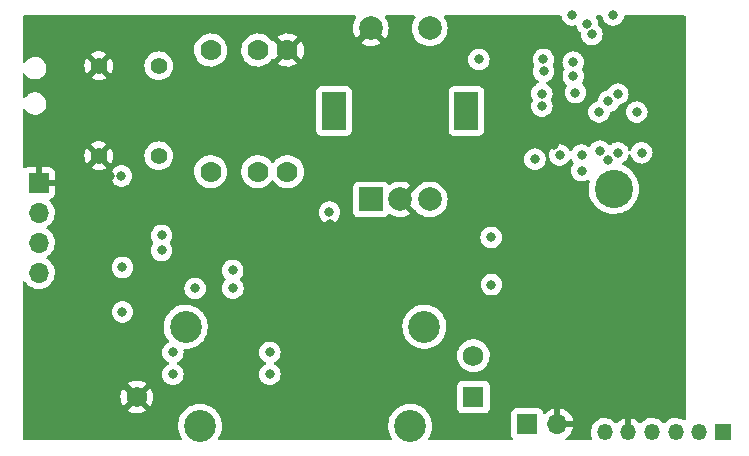
<source format=gbr>
%TF.GenerationSoftware,KiCad,Pcbnew,(6.0.6-0)*%
%TF.CreationDate,2023-05-14T21:26:16-05:00*%
%TF.ProjectId,MHC_MAIN_REV_2,4d48435f-4d41-4494-9e5f-5245565f322e,rev?*%
%TF.SameCoordinates,Original*%
%TF.FileFunction,Copper,L2,Inr*%
%TF.FilePolarity,Positive*%
%FSLAX46Y46*%
G04 Gerber Fmt 4.6, Leading zero omitted, Abs format (unit mm)*
G04 Created by KiCad (PCBNEW (6.0.6-0)) date 2023-05-14 21:26:16*
%MOMM*%
%LPD*%
G01*
G04 APERTURE LIST*
%TA.AperFunction,ComponentPad*%
%ADD10C,1.778000*%
%TD*%
%TA.AperFunction,ComponentPad*%
%ADD11C,3.240000*%
%TD*%
%TA.AperFunction,ComponentPad*%
%ADD12R,1.350000X1.350000*%
%TD*%
%TA.AperFunction,ComponentPad*%
%ADD13O,1.350000X1.350000*%
%TD*%
%TA.AperFunction,ComponentPad*%
%ADD14R,2.000000X2.000000*%
%TD*%
%TA.AperFunction,ComponentPad*%
%ADD15C,2.000000*%
%TD*%
%TA.AperFunction,ComponentPad*%
%ADD16R,2.000000X3.200000*%
%TD*%
%TA.AperFunction,ComponentPad*%
%ADD17C,1.397000*%
%TD*%
%TA.AperFunction,ComponentPad*%
%ADD18R,1.700000X1.700000*%
%TD*%
%TA.AperFunction,ComponentPad*%
%ADD19O,1.700000X1.700000*%
%TD*%
%TA.AperFunction,ComponentPad*%
%ADD20R,1.750000X1.750000*%
%TD*%
%TA.AperFunction,ComponentPad*%
%ADD21C,1.750000*%
%TD*%
%TA.AperFunction,ComponentPad*%
%ADD22C,2.700000*%
%TD*%
%TA.AperFunction,ViaPad*%
%ADD23C,0.800000*%
%TD*%
G04 APERTURE END LIST*
D10*
%TO.N,P0.05{slash}AIN3*%
%TO.C,S1*%
X34420000Y-35007500D03*
%TO.N,P0.06*%
X38405000Y-35007500D03*
%TO.N,P0.07*%
X40920000Y-35007500D03*
%TO.N,GND*%
X40920000Y-24707500D03*
%TO.N,P0.28{slash}AIN4*%
X38405000Y-24707500D03*
%TO.N,P0.30{slash}AIN6*%
X34420000Y-24707500D03*
%TD*%
D11*
%TO.N,*%
%TO.C,U4*%
X68540000Y-36450000D03*
D12*
%TO.N,P0.29{slash}AIN5*%
X77790000Y-57050000D03*
D13*
%TO.N,GND*%
X75790000Y-57050000D03*
%TO.N,P0.23*%
X73790000Y-57050000D03*
%TO.N,P0.03{slash}AIN1*%
X71790000Y-57050000D03*
%TO.N,GND*%
X69790000Y-57050000D03*
%TO.N,+3.3V*%
X67790000Y-57050000D03*
%TD*%
D14*
%TO.N,P0.15*%
%TO.C,SW3*%
X47965000Y-37360000D03*
D15*
%TO.N,P0.17*%
X52965000Y-37360000D03*
%TO.N,GND*%
X50465000Y-37360000D03*
D16*
%TO.N,N/C*%
X44865000Y-29860000D03*
X56065000Y-29860000D03*
D15*
%TO.N,P0.31{slash}AIN7*%
X52965000Y-22860000D03*
%TO.N,GND*%
X47965000Y-22860000D03*
%TD*%
D17*
%TO.N,GND*%
%TO.C,SW5*%
X24930000Y-33657500D03*
X24930000Y-26037500D03*
%TO.N,P0.04{slash}AIN2*%
X30010000Y-33657500D03*
X30010000Y-26037500D03*
%TD*%
D18*
%TO.N,+BATT*%
%TO.C,J2*%
X61230000Y-56390000D03*
D19*
%TO.N,GND*%
X63770000Y-56390000D03*
%TD*%
D20*
%TO.N,+3.3V*%
%TO.C,RV1*%
X56660000Y-54077500D03*
D21*
%TO.N,P0.02{slash}AIN0*%
X56660000Y-50577500D03*
%TO.N,GND*%
X28160000Y-54077500D03*
D22*
%TO.N,N/C*%
X52510000Y-48127500D03*
X32310000Y-48127500D03*
X51310000Y-56527500D03*
X33510000Y-56527500D03*
%TD*%
D18*
%TO.N,GND*%
%TO.C,J3*%
X19850000Y-35960000D03*
D19*
%TO.N,+3.3V*%
X19850000Y-38500000D03*
%TO.N,SCL*%
X19850000Y-41040000D03*
%TO.N,SDA*%
X19850000Y-43580000D03*
%TD*%
D23*
%TO.N,GND*%
X25958800Y-23825200D03*
X23298491Y-52864263D03*
X73990200Y-54813200D03*
X21780000Y-30940000D03*
X46860000Y-45090000D03*
X58830000Y-31100000D03*
X25307800Y-40436800D03*
X74040000Y-32450000D03*
X38785800Y-42138600D03*
X73674500Y-23880000D03*
X58830000Y-27900000D03*
X36010000Y-47150000D03*
X44480983Y-39439443D03*
X25307800Y-39166800D03*
X43610000Y-43250000D03*
X58850000Y-24710000D03*
X58820000Y-26259500D03*
X33096200Y-43307000D03*
X74178749Y-23175205D03*
X46860000Y-41120000D03*
X58820000Y-29500000D03*
X38354541Y-38904214D03*
X63490000Y-32720000D03*
X38354000Y-45059600D03*
X62590000Y-22464500D03*
X25860734Y-35391723D03*
X25307800Y-41681400D03*
X27466800Y-39141400D03*
%TO.N,P0.03{slash}AIN1*%
X68888356Y-28438641D03*
X68889602Y-33410298D03*
%TO.N,P0.29{slash}AIN5*%
X68490000Y-21740000D03*
%TO.N,P0.02{slash}AIN0*%
X68090000Y-29040000D03*
X68090000Y-34010000D03*
%TO.N,P0.31{slash}AIN7*%
X65030000Y-21740000D03*
%TO.N,P0.28{slash}AIN4*%
X66686710Y-23377512D03*
%TO.N,P0.30{slash}AIN6*%
X66280000Y-22464500D03*
%TO.N,P0.04{slash}AIN2*%
X57124600Y-25501600D03*
X62590000Y-25510000D03*
%TO.N,P0.05{slash}AIN3*%
X65113912Y-25733912D03*
%TO.N,P0.06*%
X62601230Y-26509439D03*
%TO.N,P0.07*%
X65119112Y-26891354D03*
%TO.N,+3.3V*%
X58191400Y-44577000D03*
X58166000Y-40563800D03*
X44470000Y-38440000D03*
X33096200Y-44881800D03*
X26860000Y-35370000D03*
X62455000Y-29455000D03*
X26949400Y-43103800D03*
X26949400Y-46888400D03*
%TO.N,P0.13*%
X63965500Y-33599149D03*
X65814500Y-33600000D03*
%TO.N,P0.15*%
X65820000Y-34930000D03*
%TO.N,RESET*%
X61870500Y-33948931D03*
X67290000Y-29950000D03*
%TO.N,P0.17*%
X67365500Y-33262332D03*
%TO.N,P0.23*%
X70490000Y-29960498D03*
X70910000Y-33410000D03*
%TO.N,Net-(R3-Pad2)*%
X31220000Y-50307999D03*
X31220000Y-52157001D03*
%TO.N,+BATT*%
X39420800Y-50307999D03*
X36280000Y-43370500D03*
X36294977Y-44869500D03*
X39420800Y-52157001D03*
%TO.N,SDA*%
X62445023Y-28405023D03*
X30260800Y-41681400D03*
%TO.N,SCL*%
X65300000Y-28310000D03*
X30260800Y-40411400D03*
%TD*%
%TA.AperFunction,Conductor*%
%TO.N,GND*%
G36*
X46702314Y-21798502D02*
G01*
X46748807Y-21852158D01*
X46758911Y-21922432D01*
X46739648Y-21969910D01*
X46741230Y-21970879D01*
X46619795Y-22169042D01*
X46615313Y-22177837D01*
X46528266Y-22387988D01*
X46525217Y-22397373D01*
X46472115Y-22618554D01*
X46470572Y-22628301D01*
X46452725Y-22855070D01*
X46452725Y-22864930D01*
X46470572Y-23091699D01*
X46472115Y-23101446D01*
X46525217Y-23322627D01*
X46528266Y-23332012D01*
X46615313Y-23542163D01*
X46619795Y-23550958D01*
X46722432Y-23718445D01*
X46732890Y-23727907D01*
X46741666Y-23724124D01*
X47875905Y-22589885D01*
X47938217Y-22555859D01*
X48009032Y-22560924D01*
X48054095Y-22589885D01*
X49185290Y-23721080D01*
X49197670Y-23727840D01*
X49205320Y-23722113D01*
X49310205Y-23550958D01*
X49314687Y-23542163D01*
X49401734Y-23332012D01*
X49404783Y-23322627D01*
X49457885Y-23101446D01*
X49459428Y-23091699D01*
X49477275Y-22864930D01*
X49477275Y-22855070D01*
X49459428Y-22628301D01*
X49457885Y-22618554D01*
X49404783Y-22397373D01*
X49401734Y-22387988D01*
X49314687Y-22177837D01*
X49310205Y-22169042D01*
X49188770Y-21970879D01*
X49190700Y-21969696D01*
X49170010Y-21911657D01*
X49186111Y-21842510D01*
X49237039Y-21793045D01*
X49295807Y-21778500D01*
X51633572Y-21778500D01*
X51701693Y-21798502D01*
X51748186Y-21852158D01*
X51758290Y-21922432D01*
X51739154Y-21969561D01*
X51740824Y-21970584D01*
X51616760Y-22173037D01*
X51614867Y-22177607D01*
X51614865Y-22177611D01*
X51527789Y-22387833D01*
X51525895Y-22392406D01*
X51524740Y-22397218D01*
X51473616Y-22610166D01*
X51470465Y-22623289D01*
X51451835Y-22860000D01*
X51470465Y-23096711D01*
X51471619Y-23101518D01*
X51471620Y-23101524D01*
X51492316Y-23187728D01*
X51525895Y-23327594D01*
X51527788Y-23332165D01*
X51527789Y-23332167D01*
X51614772Y-23542163D01*
X51616760Y-23546963D01*
X51619346Y-23551183D01*
X51738241Y-23745202D01*
X51738245Y-23745208D01*
X51740824Y-23749416D01*
X51895031Y-23929969D01*
X52075584Y-24084176D01*
X52079792Y-24086755D01*
X52079798Y-24086759D01*
X52217781Y-24171315D01*
X52278037Y-24208240D01*
X52282607Y-24210133D01*
X52282611Y-24210135D01*
X52492833Y-24297211D01*
X52497406Y-24299105D01*
X52577609Y-24318360D01*
X52723476Y-24353380D01*
X52723482Y-24353381D01*
X52728289Y-24354535D01*
X52965000Y-24373165D01*
X53201711Y-24354535D01*
X53206518Y-24353381D01*
X53206524Y-24353380D01*
X53352391Y-24318360D01*
X53432594Y-24299105D01*
X53437167Y-24297211D01*
X53647389Y-24210135D01*
X53647393Y-24210133D01*
X53651963Y-24208240D01*
X53712219Y-24171315D01*
X53850202Y-24086759D01*
X53850208Y-24086755D01*
X53854416Y-24084176D01*
X54034969Y-23929969D01*
X54189176Y-23749416D01*
X54191755Y-23745208D01*
X54191759Y-23745202D01*
X54310654Y-23551183D01*
X54313240Y-23546963D01*
X54315229Y-23542163D01*
X54402211Y-23332167D01*
X54402212Y-23332165D01*
X54404105Y-23327594D01*
X54437684Y-23187728D01*
X54458380Y-23101524D01*
X54458381Y-23101518D01*
X54459535Y-23096711D01*
X54478165Y-22860000D01*
X54459535Y-22623289D01*
X54456385Y-22610166D01*
X54405260Y-22397218D01*
X54404105Y-22392406D01*
X54402211Y-22387833D01*
X54315135Y-22177611D01*
X54315133Y-22177607D01*
X54313240Y-22173037D01*
X54189176Y-21970584D01*
X54191208Y-21969339D01*
X54170635Y-21911723D01*
X54186699Y-21842568D01*
X54237601Y-21793076D01*
X54296428Y-21778500D01*
X64007091Y-21778500D01*
X64075212Y-21798502D01*
X64121705Y-21852158D01*
X64132401Y-21891329D01*
X64134545Y-21911723D01*
X64136458Y-21929928D01*
X64138498Y-21936205D01*
X64138498Y-21936207D01*
X64149449Y-21969910D01*
X64195473Y-22111556D01*
X64290960Y-22276944D01*
X64418747Y-22418866D01*
X64573248Y-22531118D01*
X64579276Y-22533802D01*
X64579278Y-22533803D01*
X64681440Y-22579288D01*
X64747712Y-22608794D01*
X64828589Y-22625985D01*
X64928056Y-22647128D01*
X64928061Y-22647128D01*
X64934513Y-22648500D01*
X65125487Y-22648500D01*
X65131939Y-22647128D01*
X65131944Y-22647128D01*
X65256826Y-22620583D01*
X65327617Y-22625985D01*
X65384249Y-22668802D01*
X65402855Y-22704892D01*
X65445473Y-22836056D01*
X65540960Y-23001444D01*
X65545378Y-23006351D01*
X65545379Y-23006352D01*
X65622226Y-23091699D01*
X65668747Y-23143366D01*
X65674089Y-23147247D01*
X65674091Y-23147249D01*
X65729806Y-23187728D01*
X65773160Y-23243950D01*
X65781055Y-23302835D01*
X65773206Y-23377512D01*
X65773896Y-23384077D01*
X65791436Y-23550958D01*
X65793168Y-23567440D01*
X65852183Y-23749068D01*
X65947670Y-23914456D01*
X65952088Y-23919363D01*
X65952089Y-23919364D01*
X66061382Y-24040746D01*
X66075457Y-24056378D01*
X66229958Y-24168630D01*
X66235986Y-24171314D01*
X66235988Y-24171315D01*
X66398391Y-24243621D01*
X66404422Y-24246306D01*
X66497822Y-24266159D01*
X66584766Y-24284640D01*
X66584771Y-24284640D01*
X66591223Y-24286012D01*
X66782197Y-24286012D01*
X66788649Y-24284640D01*
X66788654Y-24284640D01*
X66875598Y-24266159D01*
X66968998Y-24246306D01*
X66975029Y-24243621D01*
X67137432Y-24171315D01*
X67137434Y-24171314D01*
X67143462Y-24168630D01*
X67297963Y-24056378D01*
X67312038Y-24040746D01*
X67421331Y-23919364D01*
X67421332Y-23919363D01*
X67425750Y-23914456D01*
X67521237Y-23749068D01*
X67580252Y-23567440D01*
X67581985Y-23550958D01*
X67599524Y-23384077D01*
X67600214Y-23377512D01*
X67595432Y-23332012D01*
X67580942Y-23194147D01*
X67580942Y-23194145D01*
X67580252Y-23187584D01*
X67521237Y-23005956D01*
X67425750Y-22840568D01*
X67416029Y-22829771D01*
X67302385Y-22703557D01*
X67302384Y-22703556D01*
X67297963Y-22698646D01*
X67292621Y-22694765D01*
X67292619Y-22694763D01*
X67236904Y-22654284D01*
X67193550Y-22598062D01*
X67185655Y-22539177D01*
X67192814Y-22471065D01*
X67193504Y-22464500D01*
X67186449Y-22397373D01*
X67174232Y-22281135D01*
X67174232Y-22281133D01*
X67173542Y-22274572D01*
X67114527Y-22092944D01*
X67044053Y-21970879D01*
X67042102Y-21967500D01*
X67025364Y-21898505D01*
X67048584Y-21831413D01*
X67104392Y-21787526D01*
X67151221Y-21778500D01*
X67467091Y-21778500D01*
X67535212Y-21798502D01*
X67581705Y-21852158D01*
X67592401Y-21891329D01*
X67594545Y-21911723D01*
X67596458Y-21929928D01*
X67598498Y-21936205D01*
X67598498Y-21936207D01*
X67609449Y-21969910D01*
X67655473Y-22111556D01*
X67750960Y-22276944D01*
X67878747Y-22418866D01*
X68033248Y-22531118D01*
X68039276Y-22533802D01*
X68039278Y-22533803D01*
X68141440Y-22579288D01*
X68207712Y-22608794D01*
X68288589Y-22625985D01*
X68388056Y-22647128D01*
X68388061Y-22647128D01*
X68394513Y-22648500D01*
X68585487Y-22648500D01*
X68591939Y-22647128D01*
X68591944Y-22647128D01*
X68691411Y-22625985D01*
X68772288Y-22608794D01*
X68838560Y-22579288D01*
X68940722Y-22533803D01*
X68940724Y-22533802D01*
X68946752Y-22531118D01*
X69101253Y-22418866D01*
X69229040Y-22276944D01*
X69324527Y-22111556D01*
X69370551Y-21969910D01*
X69381502Y-21936207D01*
X69381502Y-21936205D01*
X69383542Y-21929928D01*
X69385456Y-21911723D01*
X69387599Y-21891329D01*
X69414612Y-21825672D01*
X69472834Y-21785043D01*
X69512909Y-21778500D01*
X74504000Y-21778500D01*
X74572121Y-21798502D01*
X74618614Y-21852158D01*
X74630000Y-21904500D01*
X74630000Y-55952031D01*
X74609998Y-56020152D01*
X74556342Y-56066645D01*
X74486068Y-56076749D01*
X74436768Y-56058594D01*
X74329599Y-55990976D01*
X74127572Y-55910376D01*
X73914239Y-55867941D01*
X73908464Y-55867865D01*
X73908460Y-55867865D01*
X73799419Y-55866438D01*
X73696746Y-55865094D01*
X73691049Y-55866073D01*
X73691048Y-55866073D01*
X73488065Y-55900952D01*
X73488062Y-55900953D01*
X73482375Y-55901930D01*
X73278307Y-55977214D01*
X73091376Y-56088427D01*
X72927842Y-56231842D01*
X72924270Y-56236372D01*
X72924269Y-56236374D01*
X72890007Y-56279834D01*
X72832125Y-56320947D01*
X72761205Y-56324239D01*
X72699763Y-56288667D01*
X72690100Y-56277215D01*
X72676737Y-56259319D01*
X72676730Y-56259312D01*
X72673280Y-56254691D01*
X72669044Y-56250775D01*
X72517796Y-56110963D01*
X72517793Y-56110961D01*
X72513556Y-56107044D01*
X72329599Y-55990976D01*
X72127572Y-55910376D01*
X71914239Y-55867941D01*
X71908464Y-55867865D01*
X71908460Y-55867865D01*
X71799419Y-55866438D01*
X71696746Y-55865094D01*
X71691049Y-55866073D01*
X71691048Y-55866073D01*
X71488065Y-55900952D01*
X71488062Y-55900953D01*
X71482375Y-55901930D01*
X71278307Y-55977214D01*
X71091376Y-56088427D01*
X70927842Y-56231842D01*
X70924270Y-56236373D01*
X70889688Y-56280240D01*
X70831807Y-56321353D01*
X70760887Y-56324647D01*
X70699444Y-56289075D01*
X70689780Y-56277622D01*
X70676364Y-56259655D01*
X70668671Y-56251111D01*
X70517490Y-56111361D01*
X70508365Y-56104360D01*
X70334255Y-55994505D01*
X70324008Y-55989284D01*
X70132793Y-55912997D01*
X70121767Y-55909730D01*
X70061770Y-55897797D01*
X70048894Y-55898949D01*
X70044000Y-55914102D01*
X70044000Y-57178000D01*
X70023998Y-57246121D01*
X69970342Y-57292614D01*
X69918000Y-57304000D01*
X69662000Y-57304000D01*
X69593879Y-57283998D01*
X69547386Y-57230342D01*
X69536000Y-57178000D01*
X69536000Y-55911337D01*
X69532194Y-55898375D01*
X69517278Y-55896439D01*
X69488202Y-55901435D01*
X69477082Y-55904415D01*
X69283940Y-55975669D01*
X69273562Y-55980619D01*
X69096639Y-56085877D01*
X69087327Y-56092643D01*
X68932547Y-56228381D01*
X68924629Y-56236725D01*
X68890317Y-56280249D01*
X68832436Y-56321361D01*
X68761516Y-56324655D01*
X68700073Y-56289083D01*
X68690410Y-56277631D01*
X68676733Y-56259315D01*
X68676732Y-56259314D01*
X68673280Y-56254691D01*
X68669044Y-56250775D01*
X68517796Y-56110963D01*
X68517793Y-56110961D01*
X68513556Y-56107044D01*
X68329599Y-55990976D01*
X68127572Y-55910376D01*
X67914239Y-55867941D01*
X67908464Y-55867865D01*
X67908460Y-55867865D01*
X67799419Y-55866438D01*
X67696746Y-55865094D01*
X67691049Y-55866073D01*
X67691048Y-55866073D01*
X67488065Y-55900952D01*
X67488062Y-55900953D01*
X67482375Y-55901930D01*
X67278307Y-55977214D01*
X67091376Y-56088427D01*
X66927842Y-56231842D01*
X66924270Y-56236373D01*
X66857271Y-56321361D01*
X66793181Y-56402658D01*
X66691905Y-56595154D01*
X66690192Y-56600671D01*
X66667784Y-56672837D01*
X66627403Y-56802882D01*
X66601837Y-57018887D01*
X66616063Y-57235933D01*
X66617484Y-57241529D01*
X66617485Y-57241534D01*
X66645113Y-57350316D01*
X66669605Y-57446753D01*
X66723593Y-57563861D01*
X66732300Y-57582749D01*
X66742655Y-57652986D01*
X66713392Y-57717672D01*
X66653804Y-57756269D01*
X66617874Y-57761500D01*
X64579521Y-57761500D01*
X64511400Y-57741498D01*
X64464907Y-57687842D01*
X64454803Y-57617568D01*
X64484297Y-57552988D01*
X64506353Y-57532921D01*
X64645327Y-57433792D01*
X64653200Y-57427139D01*
X64804052Y-57276812D01*
X64810730Y-57268965D01*
X64935003Y-57096020D01*
X64940313Y-57087183D01*
X65034670Y-56896267D01*
X65038469Y-56886672D01*
X65100377Y-56682910D01*
X65102555Y-56672837D01*
X65103986Y-56661962D01*
X65101775Y-56647778D01*
X65088617Y-56644000D01*
X63642000Y-56644000D01*
X63573879Y-56623998D01*
X63527386Y-56570342D01*
X63516000Y-56518000D01*
X63516000Y-56117885D01*
X64024000Y-56117885D01*
X64028475Y-56133124D01*
X64029865Y-56134329D01*
X64037548Y-56136000D01*
X65088344Y-56136000D01*
X65101875Y-56132027D01*
X65103180Y-56122947D01*
X65061214Y-55955875D01*
X65057894Y-55946124D01*
X64972972Y-55750814D01*
X64968105Y-55741739D01*
X64852426Y-55562926D01*
X64846136Y-55554757D01*
X64702806Y-55397240D01*
X64695273Y-55390215D01*
X64528139Y-55258222D01*
X64519552Y-55252517D01*
X64333117Y-55149599D01*
X64323705Y-55145369D01*
X64122959Y-55074280D01*
X64112988Y-55071646D01*
X64041837Y-55058972D01*
X64028540Y-55060432D01*
X64024000Y-55074989D01*
X64024000Y-56117885D01*
X63516000Y-56117885D01*
X63516000Y-55073102D01*
X63512082Y-55059758D01*
X63497806Y-55057771D01*
X63459324Y-55063660D01*
X63449288Y-55066051D01*
X63246868Y-55132212D01*
X63237359Y-55136209D01*
X63048463Y-55234542D01*
X63039738Y-55240036D01*
X62869433Y-55367905D01*
X62861726Y-55374748D01*
X62784478Y-55455584D01*
X62722954Y-55491014D01*
X62652042Y-55487557D01*
X62594255Y-55446311D01*
X62575402Y-55412763D01*
X62533767Y-55301703D01*
X62530615Y-55293295D01*
X62443261Y-55176739D01*
X62326705Y-55089385D01*
X62190316Y-55038255D01*
X62128134Y-55031500D01*
X60331866Y-55031500D01*
X60269684Y-55038255D01*
X60133295Y-55089385D01*
X60016739Y-55176739D01*
X59929385Y-55293295D01*
X59878255Y-55429684D01*
X59871500Y-55491866D01*
X59871500Y-57288134D01*
X59878255Y-57350316D01*
X59929385Y-57486705D01*
X59984268Y-57559935D01*
X60009116Y-57626441D01*
X59994063Y-57695824D01*
X59943889Y-57746054D01*
X59883442Y-57761500D01*
X52957904Y-57761500D01*
X52889783Y-57741498D01*
X52843290Y-57687842D01*
X52833186Y-57617568D01*
X52850992Y-57568823D01*
X52877255Y-57526712D01*
X52956674Y-57399369D01*
X52974224Y-57359673D01*
X53061295Y-57162719D01*
X53063093Y-57158652D01*
X53134534Y-56905343D01*
X53149038Y-56797361D01*
X53169143Y-56647676D01*
X53169144Y-56647668D01*
X53169570Y-56644494D01*
X53173247Y-56527500D01*
X53154659Y-56264966D01*
X53153444Y-56259319D01*
X53100201Y-56012023D01*
X53099264Y-56007671D01*
X53092316Y-55988836D01*
X53009710Y-55764924D01*
X53008169Y-55760747D01*
X52883191Y-55529122D01*
X52726824Y-55317418D01*
X52662935Y-55252517D01*
X52545318Y-55133039D01*
X52542187Y-55129858D01*
X52538647Y-55127157D01*
X52538641Y-55127151D01*
X52372864Y-55000634D01*
X55276500Y-55000634D01*
X55283255Y-55062816D01*
X55334385Y-55199205D01*
X55421739Y-55315761D01*
X55538295Y-55403115D01*
X55674684Y-55454245D01*
X55736866Y-55461000D01*
X57583134Y-55461000D01*
X57645316Y-55454245D01*
X57781705Y-55403115D01*
X57898261Y-55315761D01*
X57985615Y-55199205D01*
X58036745Y-55062816D01*
X58043500Y-55000634D01*
X58043500Y-53154366D01*
X58036745Y-53092184D01*
X57985615Y-52955795D01*
X57898261Y-52839239D01*
X57781705Y-52751885D01*
X57645316Y-52700755D01*
X57583134Y-52694000D01*
X55736866Y-52694000D01*
X55674684Y-52700755D01*
X55538295Y-52751885D01*
X55421739Y-52839239D01*
X55334385Y-52955795D01*
X55283255Y-53092184D01*
X55276500Y-53154366D01*
X55276500Y-55000634D01*
X52372864Y-55000634D01*
X52336506Y-54972886D01*
X52336502Y-54972883D01*
X52332965Y-54970184D01*
X52103332Y-54841584D01*
X51857870Y-54746622D01*
X51853545Y-54745619D01*
X51853540Y-54745618D01*
X51689539Y-54707605D01*
X51601476Y-54687193D01*
X51339267Y-54664483D01*
X51334832Y-54664727D01*
X51334828Y-54664727D01*
X51080916Y-54678700D01*
X51080909Y-54678701D01*
X51076473Y-54678945D01*
X50978596Y-54698414D01*
X50822711Y-54729421D01*
X50822706Y-54729422D01*
X50818339Y-54730291D01*
X50814136Y-54731767D01*
X50574223Y-54816018D01*
X50574220Y-54816019D01*
X50570015Y-54817496D01*
X50566062Y-54819549D01*
X50566056Y-54819552D01*
X50498662Y-54854561D01*
X50336456Y-54938821D01*
X50332841Y-54941404D01*
X50332835Y-54941408D01*
X50254739Y-54997217D01*
X50122322Y-55091844D01*
X50119095Y-55094922D01*
X50119093Y-55094924D01*
X49939219Y-55266515D01*
X49931885Y-55273511D01*
X49768945Y-55480200D01*
X49740529Y-55529122D01*
X49638987Y-55703938D01*
X49638984Y-55703944D01*
X49636753Y-55707785D01*
X49635083Y-55711908D01*
X49540216Y-55946124D01*
X49537947Y-55951725D01*
X49536876Y-55956038D01*
X49536874Y-55956043D01*
X49502943Y-56092643D01*
X49474498Y-56207154D01*
X49447672Y-56468974D01*
X49458005Y-56731962D01*
X49505290Y-56990871D01*
X49588584Y-57240534D01*
X49614066Y-57291531D01*
X49667950Y-57399369D01*
X49706225Y-57475970D01*
X49741295Y-57526712D01*
X49766970Y-57563861D01*
X49789246Y-57631273D01*
X49771541Y-57700026D01*
X49719475Y-57748293D01*
X49663317Y-57761500D01*
X35157904Y-57761500D01*
X35089783Y-57741498D01*
X35043290Y-57687842D01*
X35033186Y-57617568D01*
X35050992Y-57568823D01*
X35077255Y-57526712D01*
X35156674Y-57399369D01*
X35174224Y-57359673D01*
X35261295Y-57162719D01*
X35263093Y-57158652D01*
X35334534Y-56905343D01*
X35349038Y-56797361D01*
X35369143Y-56647676D01*
X35369144Y-56647668D01*
X35369570Y-56644494D01*
X35373247Y-56527500D01*
X35354659Y-56264966D01*
X35353444Y-56259319D01*
X35300201Y-56012023D01*
X35299264Y-56007671D01*
X35292316Y-55988836D01*
X35209710Y-55764924D01*
X35208169Y-55760747D01*
X35083191Y-55529122D01*
X34926824Y-55317418D01*
X34862935Y-55252517D01*
X34745318Y-55133039D01*
X34742187Y-55129858D01*
X34738647Y-55127157D01*
X34738641Y-55127151D01*
X34536506Y-54972886D01*
X34536502Y-54972883D01*
X34532965Y-54970184D01*
X34303332Y-54841584D01*
X34057870Y-54746622D01*
X34053545Y-54745619D01*
X34053540Y-54745618D01*
X33889539Y-54707605D01*
X33801476Y-54687193D01*
X33539267Y-54664483D01*
X33534832Y-54664727D01*
X33534828Y-54664727D01*
X33280916Y-54678700D01*
X33280909Y-54678701D01*
X33276473Y-54678945D01*
X33178596Y-54698414D01*
X33022711Y-54729421D01*
X33022706Y-54729422D01*
X33018339Y-54730291D01*
X33014136Y-54731767D01*
X32774223Y-54816018D01*
X32774220Y-54816019D01*
X32770015Y-54817496D01*
X32766062Y-54819549D01*
X32766056Y-54819552D01*
X32698662Y-54854561D01*
X32536456Y-54938821D01*
X32532841Y-54941404D01*
X32532835Y-54941408D01*
X32454739Y-54997217D01*
X32322322Y-55091844D01*
X32319095Y-55094922D01*
X32319093Y-55094924D01*
X32139219Y-55266515D01*
X32131885Y-55273511D01*
X31968945Y-55480200D01*
X31940529Y-55529122D01*
X31838987Y-55703938D01*
X31838984Y-55703944D01*
X31836753Y-55707785D01*
X31835083Y-55711908D01*
X31740216Y-55946124D01*
X31737947Y-55951725D01*
X31736876Y-55956038D01*
X31736874Y-55956043D01*
X31702943Y-56092643D01*
X31674498Y-56207154D01*
X31647672Y-56468974D01*
X31658005Y-56731962D01*
X31705290Y-56990871D01*
X31788584Y-57240534D01*
X31814066Y-57291531D01*
X31867950Y-57399369D01*
X31906225Y-57475970D01*
X31941295Y-57526712D01*
X31966970Y-57563861D01*
X31989246Y-57631273D01*
X31971541Y-57700026D01*
X31919475Y-57748293D01*
X31863317Y-57761500D01*
X18614500Y-57761500D01*
X18546379Y-57741498D01*
X18499886Y-57687842D01*
X18488500Y-57635500D01*
X18488500Y-55220630D01*
X27381700Y-55220630D01*
X27386981Y-55227684D01*
X27555919Y-55326404D01*
X27565202Y-55330851D01*
X27768002Y-55408293D01*
X27777900Y-55411169D01*
X27990625Y-55454448D01*
X28000853Y-55455667D01*
X28217788Y-55463622D01*
X28228074Y-55463155D01*
X28443400Y-55435572D01*
X28453477Y-55433430D01*
X28661401Y-55371049D01*
X28670999Y-55367288D01*
X28865947Y-55271784D01*
X28874785Y-55266515D01*
X28927172Y-55229148D01*
X28935572Y-55218448D01*
X28928585Y-55205295D01*
X28172812Y-54449522D01*
X28158868Y-54441908D01*
X28157035Y-54442039D01*
X28150420Y-54446290D01*
X27388460Y-55208250D01*
X27381700Y-55220630D01*
X18488500Y-55220630D01*
X18488500Y-54048750D01*
X26772971Y-54048750D01*
X26785467Y-54265467D01*
X26786903Y-54275688D01*
X26834627Y-54487448D01*
X26837706Y-54497277D01*
X26919379Y-54698414D01*
X26924022Y-54707605D01*
X27008279Y-54845101D01*
X27018735Y-54854561D01*
X27027513Y-54850777D01*
X27787978Y-54090312D01*
X27794356Y-54078632D01*
X28524408Y-54078632D01*
X28524539Y-54080465D01*
X28528790Y-54087080D01*
X29288388Y-54846678D01*
X29300398Y-54853236D01*
X29312138Y-54844268D01*
X29346507Y-54796440D01*
X29351816Y-54787603D01*
X29447994Y-54593003D01*
X29451792Y-54583410D01*
X29514897Y-54375708D01*
X29517074Y-54365638D01*
X29545646Y-54148613D01*
X29546165Y-54141938D01*
X29547658Y-54080864D01*
X29547464Y-54074146D01*
X29529530Y-53856007D01*
X29527845Y-53845827D01*
X29474962Y-53635291D01*
X29471642Y-53625540D01*
X29385080Y-53426459D01*
X29380213Y-53417384D01*
X29311144Y-53310618D01*
X29300458Y-53301415D01*
X29290891Y-53305819D01*
X28532022Y-54064688D01*
X28524408Y-54078632D01*
X27794356Y-54078632D01*
X27795592Y-54076368D01*
X27795461Y-54074535D01*
X27791210Y-54067920D01*
X27031858Y-53308568D01*
X27020322Y-53302268D01*
X27008039Y-53311891D01*
X26956279Y-53387768D01*
X26951191Y-53396724D01*
X26859795Y-53593621D01*
X26856232Y-53603308D01*
X26798223Y-53812479D01*
X26796292Y-53822600D01*
X26773222Y-54038462D01*
X26772971Y-54048750D01*
X18488500Y-54048750D01*
X18488500Y-52936069D01*
X27383365Y-52936069D01*
X27390111Y-52948401D01*
X28147188Y-53705478D01*
X28161132Y-53713092D01*
X28162965Y-53712961D01*
X28169580Y-53708710D01*
X28931190Y-52947100D01*
X28938211Y-52934244D01*
X28930718Y-52923961D01*
X28923435Y-52919122D01*
X28733398Y-52814215D01*
X28723989Y-52809987D01*
X28519364Y-52737526D01*
X28509401Y-52734894D01*
X28295687Y-52696826D01*
X28285434Y-52695856D01*
X28068366Y-52693203D01*
X28058082Y-52693923D01*
X27843507Y-52726758D01*
X27833479Y-52729147D01*
X27627147Y-52796587D01*
X27617637Y-52800584D01*
X27425095Y-52900815D01*
X27416370Y-52906309D01*
X27391819Y-52924743D01*
X27383365Y-52936069D01*
X18488500Y-52936069D01*
X18488500Y-52157001D01*
X30306496Y-52157001D01*
X30326458Y-52346929D01*
X30385473Y-52528557D01*
X30480960Y-52693945D01*
X30485378Y-52698852D01*
X30485379Y-52698853D01*
X30589251Y-52814215D01*
X30608747Y-52835867D01*
X30623271Y-52846419D01*
X30746663Y-52936069D01*
X30763248Y-52948119D01*
X30769276Y-52950803D01*
X30769278Y-52950804D01*
X30799373Y-52964203D01*
X30937712Y-53025795D01*
X31031112Y-53045648D01*
X31118056Y-53064129D01*
X31118061Y-53064129D01*
X31124513Y-53065501D01*
X31315487Y-53065501D01*
X31321939Y-53064129D01*
X31321944Y-53064129D01*
X31408888Y-53045648D01*
X31502288Y-53025795D01*
X31640627Y-52964203D01*
X31670722Y-52950804D01*
X31670724Y-52950803D01*
X31676752Y-52948119D01*
X31693338Y-52936069D01*
X31816729Y-52846419D01*
X31831253Y-52835867D01*
X31850749Y-52814215D01*
X31954621Y-52698853D01*
X31954622Y-52698852D01*
X31959040Y-52693945D01*
X32054527Y-52528557D01*
X32113542Y-52346929D01*
X32133504Y-52157001D01*
X38507296Y-52157001D01*
X38527258Y-52346929D01*
X38586273Y-52528557D01*
X38681760Y-52693945D01*
X38686178Y-52698852D01*
X38686179Y-52698853D01*
X38790051Y-52814215D01*
X38809547Y-52835867D01*
X38824071Y-52846419D01*
X38947463Y-52936069D01*
X38964048Y-52948119D01*
X38970076Y-52950803D01*
X38970078Y-52950804D01*
X39000173Y-52964203D01*
X39138512Y-53025795D01*
X39231912Y-53045648D01*
X39318856Y-53064129D01*
X39318861Y-53064129D01*
X39325313Y-53065501D01*
X39516287Y-53065501D01*
X39522739Y-53064129D01*
X39522744Y-53064129D01*
X39609688Y-53045648D01*
X39703088Y-53025795D01*
X39841427Y-52964203D01*
X39871522Y-52950804D01*
X39871524Y-52950803D01*
X39877552Y-52948119D01*
X39894138Y-52936069D01*
X40017529Y-52846419D01*
X40032053Y-52835867D01*
X40051549Y-52814215D01*
X40155421Y-52698853D01*
X40155422Y-52698852D01*
X40159840Y-52693945D01*
X40255327Y-52528557D01*
X40314342Y-52346929D01*
X40334304Y-52157001D01*
X40314342Y-51967073D01*
X40255327Y-51785445D01*
X40247691Y-51772218D01*
X40171835Y-51640833D01*
X40159840Y-51620057D01*
X40032053Y-51478135D01*
X39877552Y-51365883D01*
X39871526Y-51363200D01*
X39871519Y-51363196D01*
X39836504Y-51347607D01*
X39782408Y-51301627D01*
X39761758Y-51233700D01*
X39781110Y-51165392D01*
X39836504Y-51117393D01*
X39871519Y-51101804D01*
X39871526Y-51101800D01*
X39877552Y-51099117D01*
X40032053Y-50986865D01*
X40159840Y-50844943D01*
X40255327Y-50679555D01*
X40299508Y-50543582D01*
X55272172Y-50543582D01*
X55272469Y-50548734D01*
X55272469Y-50548738D01*
X55277845Y-50641963D01*
X55285268Y-50770706D01*
X55286405Y-50775752D01*
X55286406Y-50775758D01*
X55300709Y-50839225D01*
X55335283Y-50992641D01*
X55420875Y-51203427D01*
X55539744Y-51397404D01*
X55688698Y-51569361D01*
X55863737Y-51714681D01*
X55868189Y-51717283D01*
X55868194Y-51717286D01*
X56055702Y-51826857D01*
X56060160Y-51829462D01*
X56272693Y-51910620D01*
X56277759Y-51911651D01*
X56277760Y-51911651D01*
X56376861Y-51931813D01*
X56495627Y-51955976D01*
X56623437Y-51960663D01*
X56717811Y-51964124D01*
X56717815Y-51964124D01*
X56722975Y-51964313D01*
X56728095Y-51963657D01*
X56728097Y-51963657D01*
X56943504Y-51936063D01*
X56943505Y-51936063D01*
X56948632Y-51935406D01*
X57031248Y-51910620D01*
X57161591Y-51871515D01*
X57161592Y-51871514D01*
X57166537Y-51870031D01*
X57370839Y-51769944D01*
X57375043Y-51766946D01*
X57375047Y-51766943D01*
X57551847Y-51640833D01*
X57551849Y-51640831D01*
X57556051Y-51637834D01*
X57717199Y-51477247D01*
X57771764Y-51401312D01*
X57846938Y-51296698D01*
X57846942Y-51296692D01*
X57849956Y-51292497D01*
X57936498Y-51117393D01*
X57948461Y-51093188D01*
X57948462Y-51093186D01*
X57950755Y-51088546D01*
X58016890Y-50870870D01*
X58019657Y-50849851D01*
X58046148Y-50648636D01*
X58046148Y-50648632D01*
X58046585Y-50645315D01*
X58048242Y-50577500D01*
X58029601Y-50350764D01*
X57974178Y-50130117D01*
X57912529Y-49988334D01*
X57885522Y-49926222D01*
X57885520Y-49926219D01*
X57883462Y-49921485D01*
X57759890Y-49730471D01*
X57606779Y-49562204D01*
X57428241Y-49421204D01*
X57390537Y-49400390D01*
X57311535Y-49356779D01*
X57229072Y-49311257D01*
X57224203Y-49309533D01*
X57224199Y-49309531D01*
X57019496Y-49237041D01*
X57019492Y-49237040D01*
X57014621Y-49235315D01*
X57009528Y-49234408D01*
X57009525Y-49234407D01*
X56795734Y-49196325D01*
X56795728Y-49196324D01*
X56790645Y-49195419D01*
X56717196Y-49194522D01*
X56568331Y-49192703D01*
X56568329Y-49192703D01*
X56563161Y-49192640D01*
X56338278Y-49227052D01*
X56122035Y-49297731D01*
X56117447Y-49300119D01*
X56117443Y-49300121D01*
X56008604Y-49356779D01*
X55920239Y-49402779D01*
X55916106Y-49405882D01*
X55916103Y-49405884D01*
X55771845Y-49514196D01*
X55738310Y-49539375D01*
X55581133Y-49703851D01*
X55452931Y-49891789D01*
X55450758Y-49896471D01*
X55450756Y-49896474D01*
X55410835Y-49982478D01*
X55357145Y-50098143D01*
X55349592Y-50125378D01*
X55298947Y-50307999D01*
X55296348Y-50317369D01*
X55295799Y-50322506D01*
X55277753Y-50491364D01*
X55272172Y-50543582D01*
X40299508Y-50543582D01*
X40314342Y-50497927D01*
X40334304Y-50307999D01*
X40314342Y-50118071D01*
X40255327Y-49936443D01*
X40244187Y-49917147D01*
X40211912Y-49861246D01*
X40159840Y-49771055D01*
X40135029Y-49743499D01*
X40036475Y-49634044D01*
X40036474Y-49634043D01*
X40032053Y-49629133D01*
X39877552Y-49516881D01*
X39871524Y-49514197D01*
X39871522Y-49514196D01*
X39709119Y-49441890D01*
X39709118Y-49441890D01*
X39703088Y-49439205D01*
X39606653Y-49418707D01*
X39522744Y-49400871D01*
X39522739Y-49400871D01*
X39516287Y-49399499D01*
X39325313Y-49399499D01*
X39318861Y-49400871D01*
X39318856Y-49400871D01*
X39234947Y-49418707D01*
X39138512Y-49439205D01*
X39132482Y-49441890D01*
X39132481Y-49441890D01*
X38970078Y-49514196D01*
X38970076Y-49514197D01*
X38964048Y-49516881D01*
X38809547Y-49629133D01*
X38805126Y-49634043D01*
X38805125Y-49634044D01*
X38706572Y-49743499D01*
X38681760Y-49771055D01*
X38629688Y-49861246D01*
X38597414Y-49917147D01*
X38586273Y-49936443D01*
X38527258Y-50118071D01*
X38507296Y-50307999D01*
X38527258Y-50497927D01*
X38586273Y-50679555D01*
X38681760Y-50844943D01*
X38809547Y-50986865D01*
X38964048Y-51099117D01*
X38970074Y-51101800D01*
X38970081Y-51101804D01*
X39005096Y-51117393D01*
X39059192Y-51163373D01*
X39079842Y-51231300D01*
X39060490Y-51299608D01*
X39005096Y-51347607D01*
X38970081Y-51363196D01*
X38970074Y-51363200D01*
X38964048Y-51365883D01*
X38809547Y-51478135D01*
X38681760Y-51620057D01*
X38669765Y-51640833D01*
X38593910Y-51772218D01*
X38586273Y-51785445D01*
X38527258Y-51967073D01*
X38507296Y-52157001D01*
X32133504Y-52157001D01*
X32113542Y-51967073D01*
X32054527Y-51785445D01*
X32046891Y-51772218D01*
X31971035Y-51640833D01*
X31959040Y-51620057D01*
X31831253Y-51478135D01*
X31676752Y-51365883D01*
X31670726Y-51363200D01*
X31670719Y-51363196D01*
X31635704Y-51347607D01*
X31581608Y-51301627D01*
X31560958Y-51233700D01*
X31580310Y-51165392D01*
X31635704Y-51117393D01*
X31670719Y-51101804D01*
X31670726Y-51101800D01*
X31676752Y-51099117D01*
X31831253Y-50986865D01*
X31959040Y-50844943D01*
X32054527Y-50679555D01*
X32113542Y-50497927D01*
X32133504Y-50307999D01*
X32114530Y-50127469D01*
X32127302Y-50057631D01*
X32175804Y-50005784D01*
X32236871Y-49988334D01*
X32395177Y-49984603D01*
X32485347Y-49982478D01*
X32489745Y-49981746D01*
X32740576Y-49939996D01*
X32740580Y-49939995D01*
X32744966Y-49939265D01*
X32749207Y-49937924D01*
X32749210Y-49937923D01*
X32991661Y-49861246D01*
X32991663Y-49861245D01*
X32995907Y-49859903D01*
X32999918Y-49857977D01*
X32999923Y-49857975D01*
X33229143Y-49747905D01*
X33229144Y-49747904D01*
X33233162Y-49745975D01*
X33343187Y-49672458D01*
X33448289Y-49602232D01*
X33448293Y-49602229D01*
X33451997Y-49599754D01*
X33455314Y-49596783D01*
X33455318Y-49596780D01*
X33644729Y-49427129D01*
X33644730Y-49427128D01*
X33648047Y-49424157D01*
X33817398Y-49222689D01*
X33833841Y-49196325D01*
X33954320Y-49003143D01*
X33956674Y-48999369D01*
X34063093Y-48758652D01*
X34134534Y-48505343D01*
X34139757Y-48466455D01*
X34169143Y-48247676D01*
X34169144Y-48247668D01*
X34169570Y-48244494D01*
X34173247Y-48127500D01*
X34169103Y-48068974D01*
X50647672Y-48068974D01*
X50658005Y-48331962D01*
X50705290Y-48590871D01*
X50788584Y-48840534D01*
X50790577Y-48844522D01*
X50867950Y-48999369D01*
X50906225Y-49075970D01*
X50908754Y-49079629D01*
X51017548Y-49237041D01*
X51055865Y-49292482D01*
X51234520Y-49485749D01*
X51438623Y-49651915D01*
X51442431Y-49654208D01*
X51442433Y-49654209D01*
X51660288Y-49785368D01*
X51660292Y-49785370D01*
X51664104Y-49787665D01*
X51800026Y-49845221D01*
X51902359Y-49888554D01*
X51902364Y-49888556D01*
X51906462Y-49890291D01*
X51910760Y-49891430D01*
X51910764Y-49891432D01*
X52007750Y-49917147D01*
X52160862Y-49957744D01*
X52422229Y-49988679D01*
X52685347Y-49982478D01*
X52689745Y-49981746D01*
X52940576Y-49939996D01*
X52940580Y-49939995D01*
X52944966Y-49939265D01*
X52949207Y-49937924D01*
X52949210Y-49937923D01*
X53191661Y-49861246D01*
X53191663Y-49861245D01*
X53195907Y-49859903D01*
X53199918Y-49857977D01*
X53199923Y-49857975D01*
X53429143Y-49747905D01*
X53429144Y-49747904D01*
X53433162Y-49745975D01*
X53543187Y-49672458D01*
X53648289Y-49602232D01*
X53648293Y-49602229D01*
X53651997Y-49599754D01*
X53655314Y-49596783D01*
X53655318Y-49596780D01*
X53844729Y-49427129D01*
X53844730Y-49427128D01*
X53848047Y-49424157D01*
X54017398Y-49222689D01*
X54033841Y-49196325D01*
X54154320Y-49003143D01*
X54156674Y-48999369D01*
X54263093Y-48758652D01*
X54334534Y-48505343D01*
X54339757Y-48466455D01*
X54369143Y-48247676D01*
X54369144Y-48247668D01*
X54369570Y-48244494D01*
X54373247Y-48127500D01*
X54354659Y-47864966D01*
X54343167Y-47811585D01*
X54300201Y-47612023D01*
X54299264Y-47607671D01*
X54285791Y-47571149D01*
X54209710Y-47364924D01*
X54208169Y-47360747D01*
X54083191Y-47129122D01*
X53926824Y-46917418D01*
X53898259Y-46888400D01*
X53745318Y-46733039D01*
X53742187Y-46729858D01*
X53738647Y-46727157D01*
X53738641Y-46727151D01*
X53536506Y-46572886D01*
X53536502Y-46572883D01*
X53532965Y-46570184D01*
X53303332Y-46441584D01*
X53057870Y-46346622D01*
X53053545Y-46345619D01*
X53053540Y-46345618D01*
X52912794Y-46312995D01*
X52801476Y-46287193D01*
X52539267Y-46264483D01*
X52534832Y-46264727D01*
X52534828Y-46264727D01*
X52280916Y-46278700D01*
X52280909Y-46278701D01*
X52276473Y-46278945D01*
X52148369Y-46304427D01*
X52022711Y-46329421D01*
X52022706Y-46329422D01*
X52018339Y-46330291D01*
X52014136Y-46331767D01*
X51774223Y-46416018D01*
X51774220Y-46416019D01*
X51770015Y-46417496D01*
X51766062Y-46419549D01*
X51766056Y-46419552D01*
X51634615Y-46487831D01*
X51536456Y-46538821D01*
X51532841Y-46541404D01*
X51532835Y-46541408D01*
X51429585Y-46615192D01*
X51322322Y-46691844D01*
X51319095Y-46694922D01*
X51319093Y-46694924D01*
X51285311Y-46727151D01*
X51131885Y-46873511D01*
X50968945Y-47080200D01*
X50940529Y-47129122D01*
X50838987Y-47303938D01*
X50838984Y-47303944D01*
X50836753Y-47307785D01*
X50737947Y-47551725D01*
X50736876Y-47556038D01*
X50736874Y-47556043D01*
X50733122Y-47571149D01*
X50674498Y-47807154D01*
X50647672Y-48068974D01*
X34169103Y-48068974D01*
X34154659Y-47864966D01*
X34143167Y-47811585D01*
X34100201Y-47612023D01*
X34099264Y-47607671D01*
X34085791Y-47571149D01*
X34009710Y-47364924D01*
X34008169Y-47360747D01*
X33883191Y-47129122D01*
X33726824Y-46917418D01*
X33698259Y-46888400D01*
X33545318Y-46733039D01*
X33542187Y-46729858D01*
X33538647Y-46727157D01*
X33538641Y-46727151D01*
X33336506Y-46572886D01*
X33336502Y-46572883D01*
X33332965Y-46570184D01*
X33103332Y-46441584D01*
X32857870Y-46346622D01*
X32853545Y-46345619D01*
X32853540Y-46345618D01*
X32712794Y-46312995D01*
X32601476Y-46287193D01*
X32339267Y-46264483D01*
X32334832Y-46264727D01*
X32334828Y-46264727D01*
X32080916Y-46278700D01*
X32080909Y-46278701D01*
X32076473Y-46278945D01*
X31948369Y-46304427D01*
X31822711Y-46329421D01*
X31822706Y-46329422D01*
X31818339Y-46330291D01*
X31814136Y-46331767D01*
X31574223Y-46416018D01*
X31574220Y-46416019D01*
X31570015Y-46417496D01*
X31566062Y-46419549D01*
X31566056Y-46419552D01*
X31434615Y-46487831D01*
X31336456Y-46538821D01*
X31332841Y-46541404D01*
X31332835Y-46541408D01*
X31229585Y-46615192D01*
X31122322Y-46691844D01*
X31119095Y-46694922D01*
X31119093Y-46694924D01*
X31085311Y-46727151D01*
X30931885Y-46873511D01*
X30768945Y-47080200D01*
X30740529Y-47129122D01*
X30638987Y-47303938D01*
X30638984Y-47303944D01*
X30636753Y-47307785D01*
X30537947Y-47551725D01*
X30536876Y-47556038D01*
X30536874Y-47556043D01*
X30533122Y-47571149D01*
X30474498Y-47807154D01*
X30447672Y-48068974D01*
X30458005Y-48331962D01*
X30505290Y-48590871D01*
X30588584Y-48840534D01*
X30590577Y-48844522D01*
X30667950Y-48999369D01*
X30706225Y-49075970D01*
X30708754Y-49079629D01*
X30817548Y-49237041D01*
X30855865Y-49292482D01*
X30858893Y-49295757D01*
X30861672Y-49299226D01*
X30860117Y-49300472D01*
X30888020Y-49356779D01*
X30880147Y-49427338D01*
X30835377Y-49482439D01*
X30815181Y-49493759D01*
X30769281Y-49514194D01*
X30769274Y-49514198D01*
X30763248Y-49516881D01*
X30608747Y-49629133D01*
X30604326Y-49634043D01*
X30604325Y-49634044D01*
X30505772Y-49743499D01*
X30480960Y-49771055D01*
X30428888Y-49861246D01*
X30396614Y-49917147D01*
X30385473Y-49936443D01*
X30326458Y-50118071D01*
X30306496Y-50307999D01*
X30326458Y-50497927D01*
X30385473Y-50679555D01*
X30480960Y-50844943D01*
X30608747Y-50986865D01*
X30763248Y-51099117D01*
X30769274Y-51101800D01*
X30769281Y-51101804D01*
X30804296Y-51117393D01*
X30858392Y-51163373D01*
X30879042Y-51231300D01*
X30859690Y-51299608D01*
X30804296Y-51347607D01*
X30769281Y-51363196D01*
X30769274Y-51363200D01*
X30763248Y-51365883D01*
X30608747Y-51478135D01*
X30480960Y-51620057D01*
X30468965Y-51640833D01*
X30393110Y-51772218D01*
X30385473Y-51785445D01*
X30326458Y-51967073D01*
X30306496Y-52157001D01*
X18488500Y-52157001D01*
X18488500Y-46888400D01*
X26035896Y-46888400D01*
X26055858Y-47078328D01*
X26114873Y-47259956D01*
X26210360Y-47425344D01*
X26338147Y-47567266D01*
X26492648Y-47679518D01*
X26498676Y-47682202D01*
X26498678Y-47682203D01*
X26661081Y-47754509D01*
X26667112Y-47757194D01*
X26760513Y-47777047D01*
X26847456Y-47795528D01*
X26847461Y-47795528D01*
X26853913Y-47796900D01*
X27044887Y-47796900D01*
X27051339Y-47795528D01*
X27051344Y-47795528D01*
X27138287Y-47777047D01*
X27231688Y-47757194D01*
X27237719Y-47754509D01*
X27400122Y-47682203D01*
X27400124Y-47682202D01*
X27406152Y-47679518D01*
X27560653Y-47567266D01*
X27688440Y-47425344D01*
X27783927Y-47259956D01*
X27842942Y-47078328D01*
X27862904Y-46888400D01*
X27842942Y-46698472D01*
X27783927Y-46516844D01*
X27688440Y-46351456D01*
X27683184Y-46345618D01*
X27565075Y-46214445D01*
X27565074Y-46214444D01*
X27560653Y-46209534D01*
X27406152Y-46097282D01*
X27400124Y-46094598D01*
X27400122Y-46094597D01*
X27237719Y-46022291D01*
X27237718Y-46022291D01*
X27231688Y-46019606D01*
X27138288Y-45999753D01*
X27051344Y-45981272D01*
X27051339Y-45981272D01*
X27044887Y-45979900D01*
X26853913Y-45979900D01*
X26847461Y-45981272D01*
X26847456Y-45981272D01*
X26760512Y-45999753D01*
X26667112Y-46019606D01*
X26661082Y-46022291D01*
X26661081Y-46022291D01*
X26498678Y-46094597D01*
X26498676Y-46094598D01*
X26492648Y-46097282D01*
X26338147Y-46209534D01*
X26333726Y-46214444D01*
X26333725Y-46214445D01*
X26215617Y-46345618D01*
X26210360Y-46351456D01*
X26114873Y-46516844D01*
X26055858Y-46698472D01*
X26035896Y-46888400D01*
X18488500Y-46888400D01*
X18488500Y-44405143D01*
X18508502Y-44337022D01*
X18562158Y-44290529D01*
X18632432Y-44280425D01*
X18697012Y-44309919D01*
X18721933Y-44339308D01*
X18749987Y-44385088D01*
X18896250Y-44553938D01*
X18972846Y-44617529D01*
X19062393Y-44691872D01*
X19068126Y-44696632D01*
X19261000Y-44809338D01*
X19469692Y-44889030D01*
X19474760Y-44890061D01*
X19474763Y-44890062D01*
X19582017Y-44911883D01*
X19688597Y-44933567D01*
X19693772Y-44933757D01*
X19693774Y-44933757D01*
X19906673Y-44941564D01*
X19906677Y-44941564D01*
X19911837Y-44941753D01*
X19916957Y-44941097D01*
X19916959Y-44941097D01*
X20128288Y-44914025D01*
X20128289Y-44914025D01*
X20133416Y-44913368D01*
X20138366Y-44911883D01*
X20238638Y-44881800D01*
X32182696Y-44881800D01*
X32202658Y-45071728D01*
X32261673Y-45253356D01*
X32357160Y-45418744D01*
X32484947Y-45560666D01*
X32584043Y-45632664D01*
X32622519Y-45660618D01*
X32639448Y-45672918D01*
X32645476Y-45675602D01*
X32645478Y-45675603D01*
X32789367Y-45739666D01*
X32813912Y-45750594D01*
X32907312Y-45770447D01*
X32994256Y-45788928D01*
X32994261Y-45788928D01*
X33000713Y-45790300D01*
X33191687Y-45790300D01*
X33198139Y-45788928D01*
X33198144Y-45788928D01*
X33285088Y-45770447D01*
X33378488Y-45750594D01*
X33403033Y-45739666D01*
X33546922Y-45675603D01*
X33546924Y-45675602D01*
X33552952Y-45672918D01*
X33569882Y-45660618D01*
X33608357Y-45632664D01*
X33707453Y-45560666D01*
X33835240Y-45418744D01*
X33930727Y-45253356D01*
X33989742Y-45071728D01*
X34009704Y-44881800D01*
X34001814Y-44806731D01*
X33990432Y-44698435D01*
X33990432Y-44698433D01*
X33989742Y-44691872D01*
X33930727Y-44510244D01*
X33920322Y-44492221D01*
X33870047Y-44405143D01*
X33835240Y-44344856D01*
X33819751Y-44327653D01*
X33711875Y-44207845D01*
X33711874Y-44207844D01*
X33707453Y-44202934D01*
X33608357Y-44130936D01*
X33558294Y-44094563D01*
X33558293Y-44094562D01*
X33552952Y-44090682D01*
X33546924Y-44087998D01*
X33546922Y-44087997D01*
X33384519Y-44015691D01*
X33384518Y-44015691D01*
X33378488Y-44013006D01*
X33285087Y-43993153D01*
X33198144Y-43974672D01*
X33198139Y-43974672D01*
X33191687Y-43973300D01*
X33000713Y-43973300D01*
X32994261Y-43974672D01*
X32994256Y-43974672D01*
X32907313Y-43993153D01*
X32813912Y-44013006D01*
X32807882Y-44015691D01*
X32807881Y-44015691D01*
X32645478Y-44087997D01*
X32645476Y-44087998D01*
X32639448Y-44090682D01*
X32634107Y-44094562D01*
X32634106Y-44094563D01*
X32584043Y-44130936D01*
X32484947Y-44202934D01*
X32480526Y-44207844D01*
X32480525Y-44207845D01*
X32372650Y-44327653D01*
X32357160Y-44344856D01*
X32322353Y-44405143D01*
X32272079Y-44492221D01*
X32261673Y-44510244D01*
X32202658Y-44691872D01*
X32201968Y-44698433D01*
X32201968Y-44698435D01*
X32190586Y-44806731D01*
X32182696Y-44881800D01*
X20238638Y-44881800D01*
X20342429Y-44850661D01*
X20342434Y-44850659D01*
X20347384Y-44849174D01*
X20547994Y-44750896D01*
X20729860Y-44621173D01*
X20888096Y-44463489D01*
X21018453Y-44282077D01*
X21069660Y-44178468D01*
X21115136Y-44086453D01*
X21115137Y-44086451D01*
X21117430Y-44081811D01*
X21170407Y-43907444D01*
X21180865Y-43873023D01*
X21180865Y-43873021D01*
X21182370Y-43868069D01*
X21211529Y-43646590D01*
X21213156Y-43580000D01*
X21194852Y-43357361D01*
X21140431Y-43140702D01*
X21124385Y-43103800D01*
X26035896Y-43103800D01*
X26036586Y-43110365D01*
X26039775Y-43140702D01*
X26055858Y-43293728D01*
X26114873Y-43475356D01*
X26210360Y-43640744D01*
X26214778Y-43645651D01*
X26214779Y-43645652D01*
X26306735Y-43747779D01*
X26338147Y-43782666D01*
X26492648Y-43894918D01*
X26498676Y-43897602D01*
X26498678Y-43897603D01*
X26531794Y-43912347D01*
X26667112Y-43972594D01*
X26737893Y-43987639D01*
X26847456Y-44010928D01*
X26847461Y-44010928D01*
X26853913Y-44012300D01*
X27044887Y-44012300D01*
X27051339Y-44010928D01*
X27051344Y-44010928D01*
X27160907Y-43987639D01*
X27231688Y-43972594D01*
X27367006Y-43912347D01*
X27400122Y-43897603D01*
X27400124Y-43897602D01*
X27406152Y-43894918D01*
X27560653Y-43782666D01*
X27592065Y-43747779D01*
X27684021Y-43645652D01*
X27684022Y-43645651D01*
X27688440Y-43640744D01*
X27783927Y-43475356D01*
X27817997Y-43370500D01*
X35366496Y-43370500D01*
X35386458Y-43560428D01*
X35445473Y-43742056D01*
X35540960Y-43907444D01*
X35663923Y-44044009D01*
X35694639Y-44108014D01*
X35685875Y-44178468D01*
X35663926Y-44212622D01*
X35555937Y-44332556D01*
X35460450Y-44497944D01*
X35401435Y-44679572D01*
X35400745Y-44686133D01*
X35400745Y-44686135D01*
X35383849Y-44846895D01*
X35381473Y-44869500D01*
X35382163Y-44876065D01*
X35390384Y-44954279D01*
X35401435Y-45059428D01*
X35460450Y-45241056D01*
X35463753Y-45246778D01*
X35463754Y-45246779D01*
X35471242Y-45259749D01*
X35555937Y-45406444D01*
X35683724Y-45548366D01*
X35838225Y-45660618D01*
X35844253Y-45663302D01*
X35844255Y-45663303D01*
X36006658Y-45735609D01*
X36012689Y-45738294D01*
X36106090Y-45758147D01*
X36193033Y-45776628D01*
X36193038Y-45776628D01*
X36199490Y-45778000D01*
X36390464Y-45778000D01*
X36396916Y-45776628D01*
X36396921Y-45776628D01*
X36483864Y-45758147D01*
X36577265Y-45738294D01*
X36583296Y-45735609D01*
X36745699Y-45663303D01*
X36745701Y-45663302D01*
X36751729Y-45660618D01*
X36906230Y-45548366D01*
X37034017Y-45406444D01*
X37118712Y-45259749D01*
X37126200Y-45246779D01*
X37126201Y-45246778D01*
X37129504Y-45241056D01*
X37188519Y-45059428D01*
X37199571Y-44954279D01*
X37207791Y-44876065D01*
X37208481Y-44869500D01*
X37206105Y-44846895D01*
X37189209Y-44686135D01*
X37189209Y-44686133D01*
X37188519Y-44679572D01*
X37155191Y-44577000D01*
X57277896Y-44577000D01*
X57278586Y-44583565D01*
X57289310Y-44685594D01*
X57297858Y-44766928D01*
X57356873Y-44948556D01*
X57452360Y-45113944D01*
X57580147Y-45255866D01*
X57734648Y-45368118D01*
X57740676Y-45370802D01*
X57740678Y-45370803D01*
X57848356Y-45418744D01*
X57909112Y-45445794D01*
X58002513Y-45465647D01*
X58089456Y-45484128D01*
X58089461Y-45484128D01*
X58095913Y-45485500D01*
X58286887Y-45485500D01*
X58293339Y-45484128D01*
X58293344Y-45484128D01*
X58380288Y-45465647D01*
X58473688Y-45445794D01*
X58534444Y-45418744D01*
X58642122Y-45370803D01*
X58642124Y-45370802D01*
X58648152Y-45368118D01*
X58802653Y-45255866D01*
X58930440Y-45113944D01*
X59025927Y-44948556D01*
X59084942Y-44766928D01*
X59093491Y-44685594D01*
X59104214Y-44583565D01*
X59104904Y-44577000D01*
X59102480Y-44553938D01*
X59085632Y-44393635D01*
X59085632Y-44393633D01*
X59084942Y-44387072D01*
X59025927Y-44205444D01*
X59019676Y-44194616D01*
X58933741Y-44045774D01*
X58930440Y-44040056D01*
X58905449Y-44012300D01*
X58807075Y-43903045D01*
X58807074Y-43903044D01*
X58802653Y-43898134D01*
X58648152Y-43785882D01*
X58642124Y-43783198D01*
X58642122Y-43783197D01*
X58479719Y-43710891D01*
X58479718Y-43710891D01*
X58473688Y-43708206D01*
X58380288Y-43688353D01*
X58293344Y-43669872D01*
X58293339Y-43669872D01*
X58286887Y-43668500D01*
X58095913Y-43668500D01*
X58089461Y-43669872D01*
X58089456Y-43669872D01*
X58002512Y-43688353D01*
X57909112Y-43708206D01*
X57903082Y-43710891D01*
X57903081Y-43710891D01*
X57740678Y-43783197D01*
X57740676Y-43783198D01*
X57734648Y-43785882D01*
X57580147Y-43898134D01*
X57575726Y-43903044D01*
X57575725Y-43903045D01*
X57477352Y-44012300D01*
X57452360Y-44040056D01*
X57449059Y-44045774D01*
X57363125Y-44194616D01*
X57356873Y-44205444D01*
X57297858Y-44387072D01*
X57297168Y-44393633D01*
X57297168Y-44393635D01*
X57280320Y-44553938D01*
X57277896Y-44577000D01*
X37155191Y-44577000D01*
X37129504Y-44497944D01*
X37034017Y-44332556D01*
X36911054Y-44195991D01*
X36880338Y-44131986D01*
X36889102Y-44061532D01*
X36911051Y-44027378D01*
X37019040Y-43907444D01*
X37114527Y-43742056D01*
X37173542Y-43560428D01*
X37193504Y-43370500D01*
X37173542Y-43180572D01*
X37114527Y-42998944D01*
X37019040Y-42833556D01*
X36949877Y-42756742D01*
X36895675Y-42696545D01*
X36895674Y-42696544D01*
X36891253Y-42691634D01*
X36751229Y-42589900D01*
X36742094Y-42583263D01*
X36742093Y-42583262D01*
X36736752Y-42579382D01*
X36730724Y-42576698D01*
X36730722Y-42576697D01*
X36568319Y-42504391D01*
X36568318Y-42504391D01*
X36562288Y-42501706D01*
X36468888Y-42481853D01*
X36381944Y-42463372D01*
X36381939Y-42463372D01*
X36375487Y-42462000D01*
X36184513Y-42462000D01*
X36178061Y-42463372D01*
X36178056Y-42463372D01*
X36091112Y-42481853D01*
X35997712Y-42501706D01*
X35991682Y-42504391D01*
X35991681Y-42504391D01*
X35829278Y-42576697D01*
X35829276Y-42576698D01*
X35823248Y-42579382D01*
X35817907Y-42583262D01*
X35817906Y-42583263D01*
X35808771Y-42589900D01*
X35668747Y-42691634D01*
X35664326Y-42696544D01*
X35664325Y-42696545D01*
X35610124Y-42756742D01*
X35540960Y-42833556D01*
X35445473Y-42998944D01*
X35386458Y-43180572D01*
X35366496Y-43370500D01*
X27817997Y-43370500D01*
X27842942Y-43293728D01*
X27859026Y-43140702D01*
X27862214Y-43110365D01*
X27862904Y-43103800D01*
X27842942Y-42913872D01*
X27783927Y-42732244D01*
X27688440Y-42566856D01*
X27673438Y-42550194D01*
X27565075Y-42429845D01*
X27565074Y-42429844D01*
X27560653Y-42424934D01*
X27461557Y-42352936D01*
X27411494Y-42316563D01*
X27411493Y-42316562D01*
X27406152Y-42312682D01*
X27400124Y-42309998D01*
X27400122Y-42309997D01*
X27237719Y-42237691D01*
X27237718Y-42237691D01*
X27231688Y-42235006D01*
X27126399Y-42212626D01*
X27051344Y-42196672D01*
X27051339Y-42196672D01*
X27044887Y-42195300D01*
X26853913Y-42195300D01*
X26847461Y-42196672D01*
X26847456Y-42196672D01*
X26772401Y-42212626D01*
X26667112Y-42235006D01*
X26661082Y-42237691D01*
X26661081Y-42237691D01*
X26498678Y-42309997D01*
X26498676Y-42309998D01*
X26492648Y-42312682D01*
X26487307Y-42316562D01*
X26487306Y-42316563D01*
X26437243Y-42352936D01*
X26338147Y-42424934D01*
X26333726Y-42429844D01*
X26333725Y-42429845D01*
X26225363Y-42550194D01*
X26210360Y-42566856D01*
X26114873Y-42732244D01*
X26055858Y-42913872D01*
X26035896Y-43103800D01*
X21124385Y-43103800D01*
X21051354Y-42935840D01*
X20988883Y-42839274D01*
X20932822Y-42752617D01*
X20932820Y-42752614D01*
X20930014Y-42748277D01*
X20779670Y-42583051D01*
X20775619Y-42579852D01*
X20775615Y-42579848D01*
X20608414Y-42447800D01*
X20608410Y-42447798D01*
X20604359Y-42444598D01*
X20563053Y-42421796D01*
X20513084Y-42371364D01*
X20498312Y-42301921D01*
X20523428Y-42235516D01*
X20550780Y-42208909D01*
X20594603Y-42177650D01*
X20729860Y-42081173D01*
X20888096Y-41923489D01*
X21018453Y-41742077D01*
X21048442Y-41681400D01*
X29347296Y-41681400D01*
X29347986Y-41687965D01*
X29364038Y-41840688D01*
X29367258Y-41871328D01*
X29426273Y-42052956D01*
X29521760Y-42218344D01*
X29526178Y-42223251D01*
X29526179Y-42223252D01*
X29605905Y-42311797D01*
X29649547Y-42360266D01*
X29731801Y-42420027D01*
X29791460Y-42463372D01*
X29804048Y-42472518D01*
X29810076Y-42475202D01*
X29810078Y-42475203D01*
X29875636Y-42504391D01*
X29978512Y-42550194D01*
X30071912Y-42570047D01*
X30158856Y-42588528D01*
X30158861Y-42588528D01*
X30165313Y-42589900D01*
X30356287Y-42589900D01*
X30362739Y-42588528D01*
X30362744Y-42588528D01*
X30449688Y-42570047D01*
X30543088Y-42550194D01*
X30645964Y-42504391D01*
X30711522Y-42475203D01*
X30711524Y-42475202D01*
X30717552Y-42472518D01*
X30730141Y-42463372D01*
X30789799Y-42420027D01*
X30872053Y-42360266D01*
X30915695Y-42311797D01*
X30995421Y-42223252D01*
X30995422Y-42223251D01*
X30999840Y-42218344D01*
X31095327Y-42052956D01*
X31154342Y-41871328D01*
X31157563Y-41840688D01*
X31173614Y-41687965D01*
X31174304Y-41681400D01*
X31154342Y-41491472D01*
X31095327Y-41309844D01*
X30999840Y-41144456D01*
X30987462Y-41130709D01*
X30956746Y-41066703D01*
X30965510Y-40996250D01*
X30987461Y-40962093D01*
X30999840Y-40948344D01*
X31095327Y-40782956D01*
X31154342Y-40601328D01*
X31158286Y-40563800D01*
X57252496Y-40563800D01*
X57253186Y-40570365D01*
X57256375Y-40600702D01*
X57272458Y-40753728D01*
X57331473Y-40935356D01*
X57334776Y-40941078D01*
X57334777Y-40941079D01*
X57341802Y-40953247D01*
X57426960Y-41100744D01*
X57554747Y-41242666D01*
X57709248Y-41354918D01*
X57715276Y-41357602D01*
X57715278Y-41357603D01*
X57877681Y-41429909D01*
X57883712Y-41432594D01*
X57954493Y-41447639D01*
X58064056Y-41470928D01*
X58064061Y-41470928D01*
X58070513Y-41472300D01*
X58261487Y-41472300D01*
X58267939Y-41470928D01*
X58267944Y-41470928D01*
X58377507Y-41447639D01*
X58448288Y-41432594D01*
X58454319Y-41429909D01*
X58616722Y-41357603D01*
X58616724Y-41357602D01*
X58622752Y-41354918D01*
X58777253Y-41242666D01*
X58905040Y-41100744D01*
X58990198Y-40953247D01*
X58997223Y-40941079D01*
X58997224Y-40941078D01*
X59000527Y-40935356D01*
X59059542Y-40753728D01*
X59075626Y-40600702D01*
X59078814Y-40570365D01*
X59079504Y-40563800D01*
X59059542Y-40373872D01*
X59000527Y-40192244D01*
X58905040Y-40026856D01*
X58777253Y-39884934D01*
X58678157Y-39812936D01*
X58628094Y-39776563D01*
X58628093Y-39776562D01*
X58622752Y-39772682D01*
X58616724Y-39769998D01*
X58616722Y-39769997D01*
X58454319Y-39697691D01*
X58454318Y-39697691D01*
X58448288Y-39695006D01*
X58354887Y-39675153D01*
X58267944Y-39656672D01*
X58267939Y-39656672D01*
X58261487Y-39655300D01*
X58070513Y-39655300D01*
X58064061Y-39656672D01*
X58064056Y-39656672D01*
X57977113Y-39675153D01*
X57883712Y-39695006D01*
X57877682Y-39697691D01*
X57877681Y-39697691D01*
X57715278Y-39769997D01*
X57715276Y-39769998D01*
X57709248Y-39772682D01*
X57703907Y-39776562D01*
X57703906Y-39776563D01*
X57653843Y-39812936D01*
X57554747Y-39884934D01*
X57426960Y-40026856D01*
X57331473Y-40192244D01*
X57272458Y-40373872D01*
X57252496Y-40563800D01*
X31158286Y-40563800D01*
X31174304Y-40411400D01*
X31172212Y-40391492D01*
X31155032Y-40228035D01*
X31155032Y-40228033D01*
X31154342Y-40221472D01*
X31095327Y-40039844D01*
X31087829Y-40026856D01*
X31019091Y-39907800D01*
X30999840Y-39874456D01*
X30929773Y-39796638D01*
X30876475Y-39737445D01*
X30876474Y-39737444D01*
X30872053Y-39732534D01*
X30717552Y-39620282D01*
X30711524Y-39617598D01*
X30711522Y-39617597D01*
X30549119Y-39545291D01*
X30549118Y-39545291D01*
X30543088Y-39542606D01*
X30449688Y-39522753D01*
X30362744Y-39504272D01*
X30362739Y-39504272D01*
X30356287Y-39502900D01*
X30165313Y-39502900D01*
X30158861Y-39504272D01*
X30158856Y-39504272D01*
X30071912Y-39522753D01*
X29978512Y-39542606D01*
X29972482Y-39545291D01*
X29972481Y-39545291D01*
X29810078Y-39617597D01*
X29810076Y-39617598D01*
X29804048Y-39620282D01*
X29649547Y-39732534D01*
X29645126Y-39737444D01*
X29645125Y-39737445D01*
X29591828Y-39796638D01*
X29521760Y-39874456D01*
X29502509Y-39907800D01*
X29433772Y-40026856D01*
X29426273Y-40039844D01*
X29367258Y-40221472D01*
X29366568Y-40228033D01*
X29366568Y-40228035D01*
X29349388Y-40391492D01*
X29347296Y-40411400D01*
X29367258Y-40601328D01*
X29426273Y-40782956D01*
X29521760Y-40948344D01*
X29534138Y-40962091D01*
X29564854Y-41026097D01*
X29556090Y-41096550D01*
X29534139Y-41130707D01*
X29521760Y-41144456D01*
X29426273Y-41309844D01*
X29367258Y-41491472D01*
X29347296Y-41681400D01*
X21048442Y-41681400D01*
X21115136Y-41546453D01*
X21115137Y-41546451D01*
X21117430Y-41541811D01*
X21182370Y-41328069D01*
X21211529Y-41106590D01*
X21213156Y-41040000D01*
X21194852Y-40817361D01*
X21140431Y-40600702D01*
X21051354Y-40395840D01*
X20942796Y-40228035D01*
X20932822Y-40212617D01*
X20932820Y-40212614D01*
X20930014Y-40208277D01*
X20779670Y-40043051D01*
X20775619Y-40039852D01*
X20775615Y-40039848D01*
X20608414Y-39907800D01*
X20608410Y-39907798D01*
X20604359Y-39904598D01*
X20563053Y-39881796D01*
X20513084Y-39831364D01*
X20498312Y-39761921D01*
X20523428Y-39695516D01*
X20550780Y-39668909D01*
X20594603Y-39637650D01*
X20729860Y-39541173D01*
X20888096Y-39383489D01*
X20941770Y-39308794D01*
X21015435Y-39206277D01*
X21018453Y-39202077D01*
X21062006Y-39113955D01*
X21115136Y-39006453D01*
X21115137Y-39006451D01*
X21117430Y-39001811D01*
X21177144Y-38805271D01*
X21180865Y-38793023D01*
X21180865Y-38793021D01*
X21182370Y-38788069D01*
X21211529Y-38566590D01*
X21212040Y-38545684D01*
X21213074Y-38503365D01*
X21213074Y-38503361D01*
X21213156Y-38500000D01*
X21208223Y-38440000D01*
X43556496Y-38440000D01*
X43557186Y-38446565D01*
X43571607Y-38583770D01*
X43576458Y-38629928D01*
X43635473Y-38811556D01*
X43730960Y-38976944D01*
X43858747Y-39118866D01*
X44013248Y-39231118D01*
X44019276Y-39233802D01*
X44019278Y-39233803D01*
X44179388Y-39305088D01*
X44187712Y-39308794D01*
X44264628Y-39325143D01*
X44368056Y-39347128D01*
X44368061Y-39347128D01*
X44374513Y-39348500D01*
X44565487Y-39348500D01*
X44571939Y-39347128D01*
X44571944Y-39347128D01*
X44675372Y-39325143D01*
X44752288Y-39308794D01*
X44760612Y-39305088D01*
X44920722Y-39233803D01*
X44920724Y-39233802D01*
X44926752Y-39231118D01*
X45081253Y-39118866D01*
X45209040Y-38976944D01*
X45304527Y-38811556D01*
X45363542Y-38629928D01*
X45368394Y-38583770D01*
X45382814Y-38446565D01*
X45383504Y-38440000D01*
X45380155Y-38408134D01*
X46456500Y-38408134D01*
X46463255Y-38470316D01*
X46514385Y-38606705D01*
X46601739Y-38723261D01*
X46718295Y-38810615D01*
X46854684Y-38861745D01*
X46916866Y-38868500D01*
X49013134Y-38868500D01*
X49075316Y-38861745D01*
X49211705Y-38810615D01*
X49328261Y-38723261D01*
X49333643Y-38716080D01*
X49409026Y-38615497D01*
X49465885Y-38572982D01*
X49536704Y-38567956D01*
X49575017Y-38585176D01*
X49575879Y-38583770D01*
X49774042Y-38705205D01*
X49782837Y-38709687D01*
X49992988Y-38796734D01*
X50002373Y-38799783D01*
X50223554Y-38852885D01*
X50233301Y-38854428D01*
X50460070Y-38872275D01*
X50469930Y-38872275D01*
X50696699Y-38854428D01*
X50706446Y-38852885D01*
X50927627Y-38799783D01*
X50937012Y-38796734D01*
X51147163Y-38709687D01*
X51155958Y-38705205D01*
X51323445Y-38602568D01*
X51332907Y-38592110D01*
X51329124Y-38583334D01*
X50194885Y-37449095D01*
X50160859Y-37386783D01*
X50162694Y-37361132D01*
X50829408Y-37361132D01*
X50829539Y-37362965D01*
X50833790Y-37369580D01*
X51685290Y-38221080D01*
X51723648Y-38242026D01*
X51759072Y-38270782D01*
X51811361Y-38332004D01*
X51895031Y-38429969D01*
X52075584Y-38584176D01*
X52079792Y-38586755D01*
X52079798Y-38586759D01*
X52247807Y-38689715D01*
X52278037Y-38708240D01*
X52282607Y-38710133D01*
X52282611Y-38710135D01*
X52492833Y-38797211D01*
X52497406Y-38799105D01*
X52558478Y-38813767D01*
X52723476Y-38853380D01*
X52723482Y-38853381D01*
X52728289Y-38854535D01*
X52965000Y-38873165D01*
X53201711Y-38854535D01*
X53206518Y-38853381D01*
X53206524Y-38853380D01*
X53371522Y-38813767D01*
X53432594Y-38799105D01*
X53437167Y-38797211D01*
X53647389Y-38710135D01*
X53647393Y-38710133D01*
X53651963Y-38708240D01*
X53682193Y-38689715D01*
X53850202Y-38586759D01*
X53850208Y-38586755D01*
X53854416Y-38584176D01*
X54034969Y-38429969D01*
X54189176Y-38249416D01*
X54191755Y-38245208D01*
X54191759Y-38245202D01*
X54310654Y-38051183D01*
X54313240Y-38046963D01*
X54316899Y-38038131D01*
X54402211Y-37832167D01*
X54402212Y-37832165D01*
X54404105Y-37827594D01*
X54432599Y-37708909D01*
X54458380Y-37601524D01*
X54458381Y-37601518D01*
X54459535Y-37596711D01*
X54478165Y-37360000D01*
X54459535Y-37123289D01*
X54445936Y-37066642D01*
X54405260Y-36897218D01*
X54404105Y-36892406D01*
X54313240Y-36673037D01*
X54205453Y-36497145D01*
X54191759Y-36474798D01*
X54191755Y-36474792D01*
X54189176Y-36470584D01*
X54034969Y-36290031D01*
X53854416Y-36135824D01*
X53850208Y-36133245D01*
X53850202Y-36133241D01*
X53656183Y-36014346D01*
X53651963Y-36011760D01*
X53647393Y-36009867D01*
X53647389Y-36009865D01*
X53437167Y-35922789D01*
X53437165Y-35922788D01*
X53432594Y-35920895D01*
X53350667Y-35901226D01*
X53206524Y-35866620D01*
X53206518Y-35866619D01*
X53201711Y-35865465D01*
X52965000Y-35846835D01*
X52728289Y-35865465D01*
X52723482Y-35866619D01*
X52723476Y-35866620D01*
X52579333Y-35901226D01*
X52497406Y-35920895D01*
X52492835Y-35922788D01*
X52492833Y-35922789D01*
X52282611Y-36009865D01*
X52282607Y-36009867D01*
X52278037Y-36011760D01*
X52273817Y-36014346D01*
X52079798Y-36133241D01*
X52079792Y-36133245D01*
X52075584Y-36135824D01*
X51895031Y-36290031D01*
X51891823Y-36293787D01*
X51756247Y-36452526D01*
X51710314Y-36486402D01*
X51688332Y-36495878D01*
X50837022Y-37347188D01*
X50829408Y-37361132D01*
X50162694Y-37361132D01*
X50165924Y-37315968D01*
X50194885Y-37270905D01*
X51326080Y-36139710D01*
X51332840Y-36127330D01*
X51327113Y-36119680D01*
X51155958Y-36014795D01*
X51147163Y-36010313D01*
X50937012Y-35923266D01*
X50927627Y-35920217D01*
X50706446Y-35867115D01*
X50696699Y-35865572D01*
X50469930Y-35847725D01*
X50460070Y-35847725D01*
X50233301Y-35865572D01*
X50223554Y-35867115D01*
X50002373Y-35920217D01*
X49992988Y-35923266D01*
X49782837Y-36010313D01*
X49774042Y-36014795D01*
X49575879Y-36136230D01*
X49574604Y-36134149D01*
X49517261Y-36154720D01*
X49448082Y-36138758D01*
X49409026Y-36104503D01*
X49333643Y-36003920D01*
X49333642Y-36003919D01*
X49328261Y-35996739D01*
X49211705Y-35909385D01*
X49075316Y-35858255D01*
X49013134Y-35851500D01*
X46916866Y-35851500D01*
X46854684Y-35858255D01*
X46718295Y-35909385D01*
X46601739Y-35996739D01*
X46514385Y-36113295D01*
X46463255Y-36249684D01*
X46456500Y-36311866D01*
X46456500Y-38408134D01*
X45380155Y-38408134D01*
X45363542Y-38250072D01*
X45304527Y-38068444D01*
X45209040Y-37903056D01*
X45170804Y-37860590D01*
X45085675Y-37766045D01*
X45085674Y-37766044D01*
X45081253Y-37761134D01*
X44953447Y-37668277D01*
X44932094Y-37652763D01*
X44932093Y-37652762D01*
X44926752Y-37648882D01*
X44920724Y-37646198D01*
X44920722Y-37646197D01*
X44758319Y-37573891D01*
X44758318Y-37573891D01*
X44752288Y-37571206D01*
X44658888Y-37551353D01*
X44571944Y-37532872D01*
X44571939Y-37532872D01*
X44565487Y-37531500D01*
X44374513Y-37531500D01*
X44368061Y-37532872D01*
X44368056Y-37532872D01*
X44281112Y-37551353D01*
X44187712Y-37571206D01*
X44181682Y-37573891D01*
X44181681Y-37573891D01*
X44019278Y-37646197D01*
X44019276Y-37646198D01*
X44013248Y-37648882D01*
X44007907Y-37652762D01*
X44007906Y-37652763D01*
X43986553Y-37668277D01*
X43858747Y-37761134D01*
X43854326Y-37766044D01*
X43854325Y-37766045D01*
X43769197Y-37860590D01*
X43730960Y-37903056D01*
X43635473Y-38068444D01*
X43576458Y-38250072D01*
X43556496Y-38440000D01*
X21208223Y-38440000D01*
X21194852Y-38277361D01*
X21140431Y-38060702D01*
X21051354Y-37855840D01*
X20956300Y-37708909D01*
X20932822Y-37672617D01*
X20932820Y-37672614D01*
X20930014Y-37668277D01*
X20926540Y-37664459D01*
X20926533Y-37664450D01*
X20782435Y-37506088D01*
X20751383Y-37442242D01*
X20759779Y-37371744D01*
X20804956Y-37316976D01*
X20831400Y-37303307D01*
X20938052Y-37263325D01*
X20953649Y-37254786D01*
X21055724Y-37178285D01*
X21068285Y-37165724D01*
X21144786Y-37063649D01*
X21153324Y-37048054D01*
X21198478Y-36927606D01*
X21202105Y-36912351D01*
X21207631Y-36861486D01*
X21208000Y-36854672D01*
X21208000Y-36232115D01*
X21203525Y-36216876D01*
X21202135Y-36215671D01*
X21194452Y-36214000D01*
X19722000Y-36214000D01*
X19653879Y-36193998D01*
X19607386Y-36140342D01*
X19596000Y-36088000D01*
X19596000Y-35687885D01*
X20104000Y-35687885D01*
X20108475Y-35703124D01*
X20109865Y-35704329D01*
X20117548Y-35706000D01*
X21189884Y-35706000D01*
X21205123Y-35701525D01*
X21206328Y-35700135D01*
X21207999Y-35692452D01*
X21207999Y-35370000D01*
X25946496Y-35370000D01*
X25966458Y-35559928D01*
X26025473Y-35741556D01*
X26120960Y-35906944D01*
X26125378Y-35911851D01*
X26125379Y-35911852D01*
X26208277Y-36003920D01*
X26248747Y-36048866D01*
X26327535Y-36106109D01*
X26377769Y-36142606D01*
X26403248Y-36161118D01*
X26409276Y-36163802D01*
X26409278Y-36163803D01*
X26571681Y-36236109D01*
X26577712Y-36238794D01*
X26665905Y-36257540D01*
X26758056Y-36277128D01*
X26758061Y-36277128D01*
X26764513Y-36278500D01*
X26955487Y-36278500D01*
X26961939Y-36277128D01*
X26961944Y-36277128D01*
X27054095Y-36257540D01*
X27142288Y-36238794D01*
X27148319Y-36236109D01*
X27310722Y-36163803D01*
X27310724Y-36163802D01*
X27316752Y-36161118D01*
X27342232Y-36142606D01*
X27392465Y-36106109D01*
X27471253Y-36048866D01*
X27511723Y-36003920D01*
X27594621Y-35911852D01*
X27594622Y-35911851D01*
X27599040Y-35906944D01*
X27694527Y-35741556D01*
X27753542Y-35559928D01*
X27773504Y-35370000D01*
X27753542Y-35180072D01*
X27694527Y-34998444D01*
X27679975Y-34973239D01*
X33018129Y-34973239D01*
X33018426Y-34978392D01*
X33018426Y-34978395D01*
X33020104Y-35007500D01*
X33031357Y-35202661D01*
X33032492Y-35207698D01*
X33032493Y-35207704D01*
X33055274Y-35308791D01*
X33081878Y-35426842D01*
X33168336Y-35639761D01*
X33171033Y-35644162D01*
X33171034Y-35644164D01*
X33276432Y-35816157D01*
X33288408Y-35835700D01*
X33438869Y-36009398D01*
X33442844Y-36012698D01*
X33442847Y-36012701D01*
X33480493Y-36043955D01*
X33615679Y-36156189D01*
X33814090Y-36272131D01*
X33818910Y-36273971D01*
X33818915Y-36273974D01*
X33925296Y-36314596D01*
X34028774Y-36354110D01*
X34033842Y-36355141D01*
X34033845Y-36355142D01*
X34144534Y-36377662D01*
X34253963Y-36399926D01*
X34259136Y-36400116D01*
X34259139Y-36400116D01*
X34478448Y-36408157D01*
X34478452Y-36408157D01*
X34483612Y-36408346D01*
X34488732Y-36407690D01*
X34488734Y-36407690D01*
X34706425Y-36379804D01*
X34706428Y-36379803D01*
X34711552Y-36379147D01*
X34931663Y-36313110D01*
X35138033Y-36212011D01*
X35209383Y-36161118D01*
X35320916Y-36081562D01*
X35325119Y-36078564D01*
X35389562Y-36014346D01*
X35484237Y-35920000D01*
X35487898Y-35916352D01*
X35621997Y-35729733D01*
X35634553Y-35704329D01*
X35721522Y-35528358D01*
X35723816Y-35523717D01*
X35741065Y-35466944D01*
X35789117Y-35308791D01*
X35789118Y-35308785D01*
X35790621Y-35303839D01*
X35820616Y-35076002D01*
X35820877Y-35065331D01*
X35822208Y-35010865D01*
X35822208Y-35010861D01*
X35822290Y-35007500D01*
X35819473Y-34973239D01*
X37003129Y-34973239D01*
X37003426Y-34978392D01*
X37003426Y-34978395D01*
X37005104Y-35007500D01*
X37016357Y-35202661D01*
X37017492Y-35207698D01*
X37017493Y-35207704D01*
X37040274Y-35308791D01*
X37066878Y-35426842D01*
X37153336Y-35639761D01*
X37156033Y-35644162D01*
X37156034Y-35644164D01*
X37261432Y-35816157D01*
X37273408Y-35835700D01*
X37423869Y-36009398D01*
X37427844Y-36012698D01*
X37427847Y-36012701D01*
X37465493Y-36043955D01*
X37600679Y-36156189D01*
X37799090Y-36272131D01*
X37803910Y-36273971D01*
X37803915Y-36273974D01*
X37910296Y-36314596D01*
X38013774Y-36354110D01*
X38018842Y-36355141D01*
X38018845Y-36355142D01*
X38129534Y-36377662D01*
X38238963Y-36399926D01*
X38244136Y-36400116D01*
X38244139Y-36400116D01*
X38463448Y-36408157D01*
X38463452Y-36408157D01*
X38468612Y-36408346D01*
X38473732Y-36407690D01*
X38473734Y-36407690D01*
X38691425Y-36379804D01*
X38691428Y-36379803D01*
X38696552Y-36379147D01*
X38916663Y-36313110D01*
X39123033Y-36212011D01*
X39194383Y-36161118D01*
X39305916Y-36081562D01*
X39310119Y-36078564D01*
X39374562Y-36014346D01*
X39469237Y-35920000D01*
X39472898Y-35916352D01*
X39521525Y-35848680D01*
X39559195Y-35796257D01*
X39615190Y-35752609D01*
X39685893Y-35746163D01*
X39748858Y-35778966D01*
X39768950Y-35803947D01*
X39788408Y-35835700D01*
X39938869Y-36009398D01*
X39942844Y-36012698D01*
X39942847Y-36012701D01*
X39980493Y-36043955D01*
X40115679Y-36156189D01*
X40314090Y-36272131D01*
X40318910Y-36273971D01*
X40318915Y-36273974D01*
X40425296Y-36314596D01*
X40528774Y-36354110D01*
X40533842Y-36355141D01*
X40533845Y-36355142D01*
X40644534Y-36377662D01*
X40753963Y-36399926D01*
X40759136Y-36400116D01*
X40759139Y-36400116D01*
X40978448Y-36408157D01*
X40978452Y-36408157D01*
X40983612Y-36408346D01*
X40988732Y-36407690D01*
X40988734Y-36407690D01*
X41206425Y-36379804D01*
X41206428Y-36379803D01*
X41211552Y-36379147D01*
X41431663Y-36313110D01*
X41638033Y-36212011D01*
X41709383Y-36161118D01*
X41820916Y-36081562D01*
X41825119Y-36078564D01*
X41889562Y-36014346D01*
X41984237Y-35920000D01*
X41987898Y-35916352D01*
X42121997Y-35729733D01*
X42134553Y-35704329D01*
X42221522Y-35528358D01*
X42223816Y-35523717D01*
X42241065Y-35466944D01*
X42289117Y-35308791D01*
X42289118Y-35308785D01*
X42290621Y-35303839D01*
X42320616Y-35076002D01*
X42320877Y-35065331D01*
X42322208Y-35010865D01*
X42322208Y-35010861D01*
X42322290Y-35007500D01*
X42315918Y-34930000D01*
X42303884Y-34783621D01*
X42303883Y-34783615D01*
X42303460Y-34778470D01*
X42247477Y-34555590D01*
X42155843Y-34344847D01*
X42153037Y-34340509D01*
X42033830Y-34156243D01*
X42033828Y-34156240D01*
X42031020Y-34151900D01*
X42024867Y-34145137D01*
X41879837Y-33985752D01*
X41879835Y-33985751D01*
X41876359Y-33981930D01*
X41872308Y-33978731D01*
X41872304Y-33978727D01*
X41834575Y-33948931D01*
X60956996Y-33948931D01*
X60957686Y-33955496D01*
X60975952Y-34129283D01*
X60976958Y-34138859D01*
X61035973Y-34320487D01*
X61039276Y-34326209D01*
X61039277Y-34326210D01*
X61050037Y-34344847D01*
X61131460Y-34485875D01*
X61135878Y-34490782D01*
X61135879Y-34490783D01*
X61240136Y-34606572D01*
X61259247Y-34627797D01*
X61333534Y-34681770D01*
X61392504Y-34724614D01*
X61413748Y-34740049D01*
X61419776Y-34742733D01*
X61419778Y-34742734D01*
X61534293Y-34793719D01*
X61588212Y-34817725D01*
X61676630Y-34836519D01*
X61768556Y-34856059D01*
X61768561Y-34856059D01*
X61775013Y-34857431D01*
X61965987Y-34857431D01*
X61972439Y-34856059D01*
X61972444Y-34856059D01*
X62064370Y-34836519D01*
X62152788Y-34817725D01*
X62206707Y-34793719D01*
X62321222Y-34742734D01*
X62321224Y-34742733D01*
X62327252Y-34740049D01*
X62348497Y-34724614D01*
X62407466Y-34681770D01*
X62481753Y-34627797D01*
X62500864Y-34606572D01*
X62605121Y-34490783D01*
X62605122Y-34490782D01*
X62609540Y-34485875D01*
X62690963Y-34344847D01*
X62701723Y-34326210D01*
X62701724Y-34326209D01*
X62705027Y-34320487D01*
X62764042Y-34138859D01*
X62765049Y-34129283D01*
X62783314Y-33955496D01*
X62784004Y-33948931D01*
X62783191Y-33941198D01*
X62764732Y-33765566D01*
X62764732Y-33765564D01*
X62764042Y-33759003D01*
X62712102Y-33599149D01*
X63051996Y-33599149D01*
X63052686Y-33605714D01*
X63071168Y-33781556D01*
X63071958Y-33789077D01*
X63130973Y-33970705D01*
X63134276Y-33976427D01*
X63134277Y-33976428D01*
X63168186Y-34035159D01*
X63226460Y-34136093D01*
X63230878Y-34141000D01*
X63230879Y-34141001D01*
X63345278Y-34268054D01*
X63354247Y-34278015D01*
X63508748Y-34390267D01*
X63514776Y-34392951D01*
X63514778Y-34392952D01*
X63671822Y-34462872D01*
X63683212Y-34467943D01*
X63767575Y-34485875D01*
X63863556Y-34506277D01*
X63863561Y-34506277D01*
X63870013Y-34507649D01*
X64060987Y-34507649D01*
X64067439Y-34506277D01*
X64067444Y-34506277D01*
X64163425Y-34485875D01*
X64247788Y-34467943D01*
X64259178Y-34462872D01*
X64416222Y-34392952D01*
X64416224Y-34392951D01*
X64422252Y-34390267D01*
X64576753Y-34278015D01*
X64585722Y-34268054D01*
X64700121Y-34141001D01*
X64700122Y-34141000D01*
X64704540Y-34136093D01*
X64780636Y-34004291D01*
X64832017Y-33955299D01*
X64901731Y-33941863D01*
X64967642Y-33968249D01*
X64998873Y-34004292D01*
X65075460Y-34136944D01*
X65117600Y-34183745D01*
X65148316Y-34247751D01*
X65139552Y-34318205D01*
X65117602Y-34352361D01*
X65080960Y-34393056D01*
X65058593Y-34431797D01*
X64989856Y-34550853D01*
X64985473Y-34558444D01*
X64926458Y-34740072D01*
X64925768Y-34746633D01*
X64925768Y-34746635D01*
X64920575Y-34796042D01*
X64906496Y-34930000D01*
X64926458Y-35119928D01*
X64985473Y-35301556D01*
X65080960Y-35466944D01*
X65085378Y-35471851D01*
X65085379Y-35471852D01*
X65204325Y-35603955D01*
X65208747Y-35608866D01*
X65306077Y-35679581D01*
X65336281Y-35701525D01*
X65363248Y-35721118D01*
X65369276Y-35723802D01*
X65369278Y-35723803D01*
X65433978Y-35752609D01*
X65537712Y-35798794D01*
X65619398Y-35816157D01*
X65718056Y-35837128D01*
X65718061Y-35837128D01*
X65724513Y-35838500D01*
X65915487Y-35838500D01*
X65921939Y-35837128D01*
X65921944Y-35837128D01*
X66020602Y-35816157D01*
X66102288Y-35798794D01*
X66206022Y-35752609D01*
X66270722Y-35723803D01*
X66270724Y-35723802D01*
X66276752Y-35721118D01*
X66301085Y-35703439D01*
X66367953Y-35679581D01*
X66437104Y-35695661D01*
X66486584Y-35746575D01*
X66500684Y-35816157D01*
X66493470Y-35848680D01*
X66491238Y-35854780D01*
X66429413Y-36138336D01*
X66427803Y-36158799D01*
X66408215Y-36407690D01*
X66406643Y-36427659D01*
X66423349Y-36717395D01*
X66424174Y-36721600D01*
X66424175Y-36721608D01*
X66435528Y-36779472D01*
X66479222Y-37002184D01*
X66480609Y-37006234D01*
X66480610Y-37006239D01*
X66568631Y-37263324D01*
X66573229Y-37276754D01*
X66703629Y-37536027D01*
X66745279Y-37596628D01*
X66864205Y-37769666D01*
X66868010Y-37775203D01*
X67063331Y-37989857D01*
X67066620Y-37992607D01*
X67282683Y-38173265D01*
X67282688Y-38173269D01*
X67285975Y-38176017D01*
X67343187Y-38211906D01*
X67528185Y-38327955D01*
X67528189Y-38327957D01*
X67531825Y-38330238D01*
X67535735Y-38332003D01*
X67535736Y-38332004D01*
X67792419Y-38447901D01*
X67792423Y-38447903D01*
X67796331Y-38449667D01*
X67800451Y-38450887D01*
X67800450Y-38450887D01*
X68070484Y-38530875D01*
X68070488Y-38530876D01*
X68074597Y-38532093D01*
X68078834Y-38532741D01*
X68078837Y-38532742D01*
X68278141Y-38563240D01*
X68361475Y-38575992D01*
X68509275Y-38578314D01*
X68647366Y-38580483D01*
X68647372Y-38580483D01*
X68651657Y-38580550D01*
X68939773Y-38545684D01*
X69126695Y-38496646D01*
X69216348Y-38473126D01*
X69216349Y-38473126D01*
X69220491Y-38472039D01*
X69488618Y-38360978D01*
X69739190Y-38214555D01*
X69967573Y-38035480D01*
X70169539Y-37827067D01*
X70341352Y-37593173D01*
X70423301Y-37442242D01*
X70477782Y-37341900D01*
X70477783Y-37341898D01*
X70479832Y-37338124D01*
X70582416Y-37066642D01*
X70647207Y-36783749D01*
X70673006Y-36494680D01*
X70673474Y-36450000D01*
X70670634Y-36408346D01*
X70654027Y-36164731D01*
X70654026Y-36164725D01*
X70653735Y-36160454D01*
X70648719Y-36136230D01*
X70595753Y-35880473D01*
X70594882Y-35876267D01*
X70498006Y-35602695D01*
X70364897Y-35344803D01*
X70198021Y-35107361D01*
X70181955Y-35090072D01*
X70003384Y-34897907D01*
X70003381Y-34897905D01*
X70000463Y-34894764D01*
X69775881Y-34710946D01*
X69528430Y-34559308D01*
X69519961Y-34555590D01*
X69292953Y-34455940D01*
X69238618Y-34410244D01*
X69217613Y-34342426D01*
X69236608Y-34274017D01*
X69292350Y-34225460D01*
X69340324Y-34204101D01*
X69340326Y-34204100D01*
X69346354Y-34201416D01*
X69500855Y-34089164D01*
X69516404Y-34071895D01*
X69624223Y-33952150D01*
X69624224Y-33952149D01*
X69628642Y-33947242D01*
X69716334Y-33795355D01*
X69720825Y-33787577D01*
X69720826Y-33787576D01*
X69724129Y-33781854D01*
X69780017Y-33609851D01*
X69820090Y-33551246D01*
X69885486Y-33523609D01*
X69955443Y-33535716D01*
X70007749Y-33583722D01*
X70019682Y-33609851D01*
X70033385Y-33652025D01*
X70075473Y-33781556D01*
X70078776Y-33787278D01*
X70078777Y-33787279D01*
X70083440Y-33795355D01*
X70170960Y-33946944D01*
X70175378Y-33951851D01*
X70175379Y-33951852D01*
X70263364Y-34049569D01*
X70298747Y-34088866D01*
X70453248Y-34201118D01*
X70459276Y-34203802D01*
X70459278Y-34203803D01*
X70621681Y-34276109D01*
X70627712Y-34278794D01*
X70717725Y-34297927D01*
X70808056Y-34317128D01*
X70808061Y-34317128D01*
X70814513Y-34318500D01*
X71005487Y-34318500D01*
X71011939Y-34317128D01*
X71011944Y-34317128D01*
X71102275Y-34297927D01*
X71192288Y-34278794D01*
X71198319Y-34276109D01*
X71360722Y-34203803D01*
X71360724Y-34203802D01*
X71366752Y-34201118D01*
X71521253Y-34088866D01*
X71556636Y-34049569D01*
X71644621Y-33951852D01*
X71644622Y-33951851D01*
X71649040Y-33946944D01*
X71736560Y-33795355D01*
X71741223Y-33787279D01*
X71741224Y-33787278D01*
X71744527Y-33781556D01*
X71803542Y-33599928D01*
X71805913Y-33577375D01*
X71822814Y-33416565D01*
X71823504Y-33410000D01*
X71810756Y-33288710D01*
X71804232Y-33226635D01*
X71804232Y-33226633D01*
X71803542Y-33220072D01*
X71744527Y-33038444D01*
X71649040Y-32873056D01*
X71549113Y-32762075D01*
X71525675Y-32736045D01*
X71525674Y-32736044D01*
X71521253Y-32731134D01*
X71366752Y-32618882D01*
X71360724Y-32616198D01*
X71360722Y-32616197D01*
X71198319Y-32543891D01*
X71198318Y-32543891D01*
X71192288Y-32541206D01*
X71087620Y-32518958D01*
X71011944Y-32502872D01*
X71011939Y-32502872D01*
X71005487Y-32501500D01*
X70814513Y-32501500D01*
X70808061Y-32502872D01*
X70808056Y-32502872D01*
X70732380Y-32518958D01*
X70627712Y-32541206D01*
X70621682Y-32543891D01*
X70621681Y-32543891D01*
X70459278Y-32616197D01*
X70459276Y-32616198D01*
X70453248Y-32618882D01*
X70298747Y-32731134D01*
X70294326Y-32736044D01*
X70294325Y-32736045D01*
X70270888Y-32762075D01*
X70170960Y-32873056D01*
X70075473Y-33038444D01*
X70035427Y-33161694D01*
X70019586Y-33210446D01*
X69979512Y-33269052D01*
X69914116Y-33296689D01*
X69844159Y-33284582D01*
X69791853Y-33236576D01*
X69779920Y-33210447D01*
X69749944Y-33118192D01*
X69724129Y-33038742D01*
X69628642Y-32873354D01*
X69573320Y-32811912D01*
X69505277Y-32736343D01*
X69505276Y-32736342D01*
X69500855Y-32731432D01*
X69369722Y-32636158D01*
X69351696Y-32623061D01*
X69351695Y-32623060D01*
X69346354Y-32619180D01*
X69340326Y-32616496D01*
X69340324Y-32616495D01*
X69177921Y-32544189D01*
X69177920Y-32544189D01*
X69171890Y-32541504D01*
X69065820Y-32518958D01*
X68991546Y-32503170D01*
X68991541Y-32503170D01*
X68985089Y-32501798D01*
X68794115Y-32501798D01*
X68787663Y-32503170D01*
X68787658Y-32503170D01*
X68713384Y-32518958D01*
X68607314Y-32541504D01*
X68601284Y-32544189D01*
X68601283Y-32544189D01*
X68438880Y-32616495D01*
X68438878Y-32616496D01*
X68432850Y-32619180D01*
X68427509Y-32623060D01*
X68427508Y-32623061D01*
X68409482Y-32636158D01*
X68278349Y-32731432D01*
X68277619Y-32732242D01*
X68215454Y-32762075D01*
X68145001Y-32753310D01*
X68101517Y-32722031D01*
X68100121Y-32720480D01*
X67976753Y-32583466D01*
X67877657Y-32511468D01*
X67827594Y-32475095D01*
X67827593Y-32475094D01*
X67822252Y-32471214D01*
X67816224Y-32468530D01*
X67816222Y-32468529D01*
X67653819Y-32396223D01*
X67653818Y-32396223D01*
X67647788Y-32393538D01*
X67554387Y-32373685D01*
X67467444Y-32355204D01*
X67467439Y-32355204D01*
X67460987Y-32353832D01*
X67270013Y-32353832D01*
X67263561Y-32355204D01*
X67263556Y-32355204D01*
X67176613Y-32373685D01*
X67083212Y-32393538D01*
X67077182Y-32396223D01*
X67077181Y-32396223D01*
X66914778Y-32468529D01*
X66914776Y-32468530D01*
X66908748Y-32471214D01*
X66903407Y-32475094D01*
X66903406Y-32475095D01*
X66853343Y-32511468D01*
X66754247Y-32583466D01*
X66749826Y-32588376D01*
X66749825Y-32588377D01*
X66655738Y-32692872D01*
X66626460Y-32725388D01*
X66621551Y-32733891D01*
X66557500Y-32844830D01*
X66506117Y-32893823D01*
X66436404Y-32907259D01*
X66374321Y-32883766D01*
X66271252Y-32808882D01*
X66265224Y-32806198D01*
X66265222Y-32806197D01*
X66102819Y-32733891D01*
X66102818Y-32733891D01*
X66096788Y-32731206D01*
X66003388Y-32711353D01*
X65916444Y-32692872D01*
X65916439Y-32692872D01*
X65909987Y-32691500D01*
X65719013Y-32691500D01*
X65712561Y-32692872D01*
X65712556Y-32692872D01*
X65625612Y-32711353D01*
X65532212Y-32731206D01*
X65526182Y-32733891D01*
X65526181Y-32733891D01*
X65363778Y-32806197D01*
X65363776Y-32806198D01*
X65357748Y-32808882D01*
X65203247Y-32921134D01*
X65198826Y-32926044D01*
X65198825Y-32926045D01*
X65081205Y-33056676D01*
X65075460Y-33063056D01*
X65002921Y-33188698D01*
X64999365Y-33194857D01*
X64947983Y-33243850D01*
X64878269Y-33257286D01*
X64812358Y-33230900D01*
X64781127Y-33194857D01*
X64714101Y-33078765D01*
X64704540Y-33062205D01*
X64691021Y-33047190D01*
X64581175Y-32925194D01*
X64581174Y-32925193D01*
X64576753Y-32920283D01*
X64422252Y-32808031D01*
X64416224Y-32805347D01*
X64416222Y-32805346D01*
X64253819Y-32733040D01*
X64253818Y-32733040D01*
X64247788Y-32730355D01*
X64154387Y-32710502D01*
X64067444Y-32692021D01*
X64067439Y-32692021D01*
X64060987Y-32690649D01*
X63870013Y-32690649D01*
X63863561Y-32692021D01*
X63863556Y-32692021D01*
X63776613Y-32710502D01*
X63683212Y-32730355D01*
X63677182Y-32733040D01*
X63677181Y-32733040D01*
X63514778Y-32805346D01*
X63514776Y-32805347D01*
X63508748Y-32808031D01*
X63354247Y-32920283D01*
X63349826Y-32925193D01*
X63349825Y-32925194D01*
X63239980Y-33047190D01*
X63226460Y-33062205D01*
X63216899Y-33078765D01*
X63136456Y-33218097D01*
X63130973Y-33227593D01*
X63071958Y-33409221D01*
X63071268Y-33415782D01*
X63071268Y-33415784D01*
X63053624Y-33583660D01*
X63051996Y-33599149D01*
X62712102Y-33599149D01*
X62705027Y-33577375D01*
X62689942Y-33551246D01*
X62612841Y-33417705D01*
X62609540Y-33411987D01*
X62481753Y-33270065D01*
X62382657Y-33198067D01*
X62332594Y-33161694D01*
X62332593Y-33161693D01*
X62327252Y-33157813D01*
X62321224Y-33155129D01*
X62321222Y-33155128D01*
X62158819Y-33082822D01*
X62158818Y-33082822D01*
X62152788Y-33080137D01*
X62059387Y-33060284D01*
X61972444Y-33041803D01*
X61972439Y-33041803D01*
X61965987Y-33040431D01*
X61775013Y-33040431D01*
X61768561Y-33041803D01*
X61768556Y-33041803D01*
X61681613Y-33060284D01*
X61588212Y-33080137D01*
X61582182Y-33082822D01*
X61582181Y-33082822D01*
X61419778Y-33155128D01*
X61419776Y-33155129D01*
X61413748Y-33157813D01*
X61408407Y-33161693D01*
X61408406Y-33161694D01*
X61358343Y-33198067D01*
X61259247Y-33270065D01*
X61131460Y-33411987D01*
X61128159Y-33417705D01*
X61051059Y-33551246D01*
X61035973Y-33577375D01*
X60976958Y-33759003D01*
X60976268Y-33765564D01*
X60976268Y-33765566D01*
X60957809Y-33941198D01*
X60956996Y-33948931D01*
X41834575Y-33948931D01*
X41700073Y-33842708D01*
X41696015Y-33839503D01*
X41494831Y-33728443D01*
X41321548Y-33667080D01*
X41283084Y-33653459D01*
X41283080Y-33653458D01*
X41278209Y-33651733D01*
X41273116Y-33650826D01*
X41273113Y-33650825D01*
X41057056Y-33612339D01*
X41057050Y-33612338D01*
X41051967Y-33611433D01*
X40978784Y-33610539D01*
X40827351Y-33608689D01*
X40827349Y-33608689D01*
X40822181Y-33608626D01*
X40672384Y-33631548D01*
X40600131Y-33642604D01*
X40600128Y-33642605D01*
X40595022Y-33643386D01*
X40535090Y-33662975D01*
X40381504Y-33713175D01*
X40381502Y-33713176D01*
X40376591Y-33714781D01*
X40345538Y-33730946D01*
X40247745Y-33781854D01*
X40172753Y-33820892D01*
X40168620Y-33823995D01*
X40168617Y-33823997D01*
X39993118Y-33955765D01*
X39988983Y-33958870D01*
X39985411Y-33962608D01*
X39860761Y-34093047D01*
X39830216Y-34125010D01*
X39766894Y-34217836D01*
X39711985Y-34262837D01*
X39641460Y-34271008D01*
X39577713Y-34239754D01*
X39557016Y-34215270D01*
X39518830Y-34156243D01*
X39518828Y-34156240D01*
X39516020Y-34151900D01*
X39509867Y-34145137D01*
X39364837Y-33985752D01*
X39364835Y-33985751D01*
X39361359Y-33981930D01*
X39357308Y-33978731D01*
X39357304Y-33978727D01*
X39185073Y-33842708D01*
X39181015Y-33839503D01*
X38979831Y-33728443D01*
X38806548Y-33667080D01*
X38768084Y-33653459D01*
X38768080Y-33653458D01*
X38763209Y-33651733D01*
X38758116Y-33650826D01*
X38758113Y-33650825D01*
X38542056Y-33612339D01*
X38542050Y-33612338D01*
X38536967Y-33611433D01*
X38463784Y-33610539D01*
X38312351Y-33608689D01*
X38312349Y-33608689D01*
X38307181Y-33608626D01*
X38157384Y-33631548D01*
X38085131Y-33642604D01*
X38085128Y-33642605D01*
X38080022Y-33643386D01*
X38020090Y-33662975D01*
X37866504Y-33713175D01*
X37866502Y-33713176D01*
X37861591Y-33714781D01*
X37830538Y-33730946D01*
X37732745Y-33781854D01*
X37657753Y-33820892D01*
X37653620Y-33823995D01*
X37653617Y-33823997D01*
X37478118Y-33955765D01*
X37473983Y-33958870D01*
X37470411Y-33962608D01*
X37345761Y-34093047D01*
X37315216Y-34125010D01*
X37312307Y-34129275D01*
X37312301Y-34129283D01*
X37301674Y-34144862D01*
X37185716Y-34314850D01*
X37149414Y-34393056D01*
X37097967Y-34503891D01*
X37088961Y-34523292D01*
X37027548Y-34744737D01*
X37026999Y-34749871D01*
X37026999Y-34749873D01*
X37022065Y-34796042D01*
X37003129Y-34973239D01*
X35819473Y-34973239D01*
X35815918Y-34930000D01*
X35803884Y-34783621D01*
X35803883Y-34783615D01*
X35803460Y-34778470D01*
X35747477Y-34555590D01*
X35655843Y-34344847D01*
X35653037Y-34340509D01*
X35533830Y-34156243D01*
X35533828Y-34156240D01*
X35531020Y-34151900D01*
X35524867Y-34145137D01*
X35379837Y-33985752D01*
X35379835Y-33985751D01*
X35376359Y-33981930D01*
X35372308Y-33978731D01*
X35372304Y-33978727D01*
X35200073Y-33842708D01*
X35196015Y-33839503D01*
X34994831Y-33728443D01*
X34821548Y-33667080D01*
X34783084Y-33653459D01*
X34783080Y-33653458D01*
X34778209Y-33651733D01*
X34773116Y-33650826D01*
X34773113Y-33650825D01*
X34557056Y-33612339D01*
X34557050Y-33612338D01*
X34551967Y-33611433D01*
X34478784Y-33610539D01*
X34327351Y-33608689D01*
X34327349Y-33608689D01*
X34322181Y-33608626D01*
X34172384Y-33631548D01*
X34100131Y-33642604D01*
X34100128Y-33642605D01*
X34095022Y-33643386D01*
X34035090Y-33662975D01*
X33881504Y-33713175D01*
X33881502Y-33713176D01*
X33876591Y-33714781D01*
X33845538Y-33730946D01*
X33747745Y-33781854D01*
X33672753Y-33820892D01*
X33668620Y-33823995D01*
X33668617Y-33823997D01*
X33493118Y-33955765D01*
X33488983Y-33958870D01*
X33485411Y-33962608D01*
X33360761Y-34093047D01*
X33330216Y-34125010D01*
X33327307Y-34129275D01*
X33327301Y-34129283D01*
X33316674Y-34144862D01*
X33200716Y-34314850D01*
X33164414Y-34393056D01*
X33112967Y-34503891D01*
X33103961Y-34523292D01*
X33042548Y-34744737D01*
X33041999Y-34749871D01*
X33041999Y-34749873D01*
X33037065Y-34796042D01*
X33018129Y-34973239D01*
X27679975Y-34973239D01*
X27662615Y-34943170D01*
X27612321Y-34856059D01*
X27599040Y-34833056D01*
X27582819Y-34815040D01*
X27475675Y-34696045D01*
X27475674Y-34696044D01*
X27471253Y-34691134D01*
X27349079Y-34602369D01*
X27322094Y-34582763D01*
X27322093Y-34582762D01*
X27316752Y-34578882D01*
X27310724Y-34576198D01*
X27310722Y-34576197D01*
X27148319Y-34503891D01*
X27148318Y-34503891D01*
X27142288Y-34501206D01*
X27043261Y-34480157D01*
X26961944Y-34462872D01*
X26961939Y-34462872D01*
X26955487Y-34461500D01*
X26764513Y-34461500D01*
X26758061Y-34462872D01*
X26758056Y-34462872D01*
X26676739Y-34480157D01*
X26577712Y-34501206D01*
X26571682Y-34503891D01*
X26571681Y-34503891D01*
X26409278Y-34576197D01*
X26409276Y-34576198D01*
X26403248Y-34578882D01*
X26397907Y-34582762D01*
X26397906Y-34582763D01*
X26370921Y-34602369D01*
X26248747Y-34691134D01*
X26244326Y-34696044D01*
X26244325Y-34696045D01*
X26137182Y-34815040D01*
X26120960Y-34833056D01*
X26107679Y-34856059D01*
X26057386Y-34943170D01*
X26025473Y-34998444D01*
X25966458Y-35180072D01*
X25946496Y-35370000D01*
X21207999Y-35370000D01*
X21207999Y-35065331D01*
X21207629Y-35058510D01*
X21202105Y-35007648D01*
X21198479Y-34992396D01*
X21153324Y-34871946D01*
X21144786Y-34856351D01*
X21068285Y-34754276D01*
X21055724Y-34741715D01*
X20959787Y-34669814D01*
X24282046Y-34669814D01*
X24291928Y-34682303D01*
X24347041Y-34719127D01*
X24357146Y-34724614D01*
X24550267Y-34807586D01*
X24561210Y-34811141D01*
X24766209Y-34857528D01*
X24777618Y-34859030D01*
X24987645Y-34867281D01*
X24999129Y-34866679D01*
X25207145Y-34836519D01*
X25218328Y-34833834D01*
X25417362Y-34766271D01*
X25427865Y-34761595D01*
X25570404Y-34681770D01*
X25580266Y-34671694D01*
X25577311Y-34664022D01*
X24942811Y-34029521D01*
X24928868Y-34021908D01*
X24927034Y-34022039D01*
X24920420Y-34026290D01*
X24288239Y-34658472D01*
X24282046Y-34669814D01*
X20959787Y-34669814D01*
X20953649Y-34665214D01*
X20938054Y-34656676D01*
X20817606Y-34611522D01*
X20802351Y-34607895D01*
X20751486Y-34602369D01*
X20744672Y-34602000D01*
X20122115Y-34602000D01*
X20106876Y-34606475D01*
X20105671Y-34607865D01*
X20104000Y-34615548D01*
X20104000Y-35687885D01*
X19596000Y-35687885D01*
X19596000Y-34620116D01*
X19591525Y-34604877D01*
X19590135Y-34603672D01*
X19582452Y-34602001D01*
X18955331Y-34602001D01*
X18948510Y-34602371D01*
X18897648Y-34607895D01*
X18882396Y-34611521D01*
X18761946Y-34656676D01*
X18746351Y-34665214D01*
X18690065Y-34707398D01*
X18623558Y-34732246D01*
X18554176Y-34717193D01*
X18503946Y-34667018D01*
X18488500Y-34606572D01*
X18488500Y-33631548D01*
X23719124Y-33631548D01*
X23732871Y-33841279D01*
X23734672Y-33852649D01*
X23786409Y-34056363D01*
X23790250Y-34067210D01*
X23878247Y-34258092D01*
X23883996Y-34268049D01*
X23905112Y-34297927D01*
X23915702Y-34306316D01*
X23929001Y-34299288D01*
X24557979Y-33670311D01*
X24564356Y-33658632D01*
X25294408Y-33658632D01*
X25294539Y-33660466D01*
X25298790Y-33667080D01*
X25932611Y-34300900D01*
X25944986Y-34307657D01*
X25951566Y-34302731D01*
X26034095Y-34155365D01*
X26038771Y-34144862D01*
X26106334Y-33945828D01*
X26109019Y-33934645D01*
X26139475Y-33724588D01*
X26140105Y-33717205D01*
X26141572Y-33661204D01*
X26141450Y-33657500D01*
X28798389Y-33657500D01*
X28816796Y-33867894D01*
X28818220Y-33873207D01*
X28818220Y-33873209D01*
X28866516Y-34053450D01*
X28871458Y-34071895D01*
X28873780Y-34076876D01*
X28873781Y-34076877D01*
X28943067Y-34225460D01*
X28960714Y-34263305D01*
X29081852Y-34436309D01*
X29231191Y-34585648D01*
X29235699Y-34588805D01*
X29235702Y-34588807D01*
X29388854Y-34696045D01*
X29404194Y-34706786D01*
X29409176Y-34709109D01*
X29409181Y-34709112D01*
X29568968Y-34783621D01*
X29595605Y-34796042D01*
X29600913Y-34797464D01*
X29600915Y-34797465D01*
X29794291Y-34849280D01*
X29794293Y-34849280D01*
X29799606Y-34850704D01*
X30010000Y-34869111D01*
X30220394Y-34850704D01*
X30225707Y-34849280D01*
X30225709Y-34849280D01*
X30419085Y-34797465D01*
X30419087Y-34797464D01*
X30424395Y-34796042D01*
X30451032Y-34783621D01*
X30610819Y-34709112D01*
X30610824Y-34709109D01*
X30615806Y-34706786D01*
X30631146Y-34696045D01*
X30784298Y-34588807D01*
X30784301Y-34588805D01*
X30788809Y-34585648D01*
X30938148Y-34436309D01*
X31059286Y-34263305D01*
X31076934Y-34225460D01*
X31146219Y-34076877D01*
X31146220Y-34076876D01*
X31148542Y-34071895D01*
X31153485Y-34053450D01*
X31201780Y-33873209D01*
X31201780Y-33873207D01*
X31203204Y-33867894D01*
X31221611Y-33657500D01*
X31203204Y-33447106D01*
X31193794Y-33411987D01*
X31149965Y-33248415D01*
X31149964Y-33248413D01*
X31148542Y-33243105D01*
X31146219Y-33238123D01*
X31061609Y-33056676D01*
X31061607Y-33056673D01*
X31059286Y-33051695D01*
X30938148Y-32878691D01*
X30788809Y-32729352D01*
X30784301Y-32726195D01*
X30784298Y-32726193D01*
X30620315Y-32611371D01*
X30620312Y-32611369D01*
X30615806Y-32608214D01*
X30610824Y-32605891D01*
X30610819Y-32605888D01*
X30429377Y-32521281D01*
X30429376Y-32521281D01*
X30424395Y-32518958D01*
X30419087Y-32517536D01*
X30419085Y-32517535D01*
X30225709Y-32465720D01*
X30225707Y-32465720D01*
X30220394Y-32464296D01*
X30010000Y-32445889D01*
X29799606Y-32464296D01*
X29794293Y-32465720D01*
X29794291Y-32465720D01*
X29600915Y-32517535D01*
X29600913Y-32517536D01*
X29595605Y-32518958D01*
X29590624Y-32521280D01*
X29590623Y-32521281D01*
X29409176Y-32605891D01*
X29409173Y-32605893D01*
X29404195Y-32608214D01*
X29231191Y-32729352D01*
X29081852Y-32878691D01*
X28960714Y-33051695D01*
X28958393Y-33056673D01*
X28958391Y-33056676D01*
X28873781Y-33238123D01*
X28871458Y-33243105D01*
X28870036Y-33248413D01*
X28870035Y-33248415D01*
X28826206Y-33411987D01*
X28816796Y-33447106D01*
X28798389Y-33657500D01*
X26141450Y-33657500D01*
X26141329Y-33653805D01*
X26121908Y-33442445D01*
X26119811Y-33431130D01*
X26062758Y-33228836D01*
X26058636Y-33218097D01*
X25965671Y-33029583D01*
X25959665Y-33019781D01*
X25956510Y-33015556D01*
X25945251Y-33007106D01*
X25932834Y-33013877D01*
X25302021Y-33644689D01*
X25294408Y-33658632D01*
X24564356Y-33658632D01*
X24565592Y-33656368D01*
X24565461Y-33654534D01*
X24561210Y-33647920D01*
X23925603Y-33012314D01*
X23913228Y-33005557D01*
X23907262Y-33010023D01*
X23813256Y-33188698D01*
X23808851Y-33199332D01*
X23746522Y-33400063D01*
X23744130Y-33411317D01*
X23719425Y-33620047D01*
X23719124Y-33631548D01*
X18488500Y-33631548D01*
X18488500Y-32644308D01*
X24280921Y-32644308D01*
X24284407Y-32652696D01*
X24917189Y-33285479D01*
X24931132Y-33293092D01*
X24932966Y-33292961D01*
X24939580Y-33288710D01*
X25571700Y-32656589D01*
X25578457Y-32644214D01*
X25572427Y-32636158D01*
X25484972Y-32580978D01*
X25474721Y-32575754D01*
X25279497Y-32497868D01*
X25268469Y-32494601D01*
X25062322Y-32453596D01*
X25050875Y-32452393D01*
X24840716Y-32449642D01*
X24829236Y-32450545D01*
X24622087Y-32486140D01*
X24610979Y-32489117D01*
X24413782Y-32561866D01*
X24403400Y-32566818D01*
X24290519Y-32633975D01*
X24280921Y-32644308D01*
X18488500Y-32644308D01*
X18488500Y-31508134D01*
X43356500Y-31508134D01*
X43363255Y-31570316D01*
X43414385Y-31706705D01*
X43501739Y-31823261D01*
X43618295Y-31910615D01*
X43754684Y-31961745D01*
X43816866Y-31968500D01*
X45913134Y-31968500D01*
X45975316Y-31961745D01*
X46111705Y-31910615D01*
X46228261Y-31823261D01*
X46315615Y-31706705D01*
X46366745Y-31570316D01*
X46373500Y-31508134D01*
X54556500Y-31508134D01*
X54563255Y-31570316D01*
X54614385Y-31706705D01*
X54701739Y-31823261D01*
X54818295Y-31910615D01*
X54954684Y-31961745D01*
X55016866Y-31968500D01*
X57113134Y-31968500D01*
X57175316Y-31961745D01*
X57311705Y-31910615D01*
X57428261Y-31823261D01*
X57515615Y-31706705D01*
X57566745Y-31570316D01*
X57573500Y-31508134D01*
X57573500Y-28405023D01*
X61531519Y-28405023D01*
X61532209Y-28411588D01*
X61542424Y-28508774D01*
X61551481Y-28594951D01*
X61610496Y-28776579D01*
X61613799Y-28782301D01*
X61613800Y-28782302D01*
X61667696Y-28875652D01*
X61684434Y-28944647D01*
X61667696Y-29001651D01*
X61620473Y-29083444D01*
X61561458Y-29265072D01*
X61560768Y-29271633D01*
X61560768Y-29271635D01*
X61552832Y-29347141D01*
X61541496Y-29455000D01*
X61542186Y-29461565D01*
X61554829Y-29581852D01*
X61561458Y-29644928D01*
X61620473Y-29826556D01*
X61715960Y-29991944D01*
X61720378Y-29996851D01*
X61720379Y-29996852D01*
X61839325Y-30128955D01*
X61843747Y-30133866D01*
X61998248Y-30246118D01*
X62004276Y-30248802D01*
X62004278Y-30248803D01*
X62153569Y-30315271D01*
X62172712Y-30323794D01*
X62266113Y-30343647D01*
X62353056Y-30362128D01*
X62353061Y-30362128D01*
X62359513Y-30363500D01*
X62550487Y-30363500D01*
X62556939Y-30362128D01*
X62556944Y-30362128D01*
X62643887Y-30343647D01*
X62737288Y-30323794D01*
X62756431Y-30315271D01*
X62905722Y-30248803D01*
X62905724Y-30248802D01*
X62911752Y-30246118D01*
X63066253Y-30133866D01*
X63070675Y-30128955D01*
X63189621Y-29996852D01*
X63189622Y-29996851D01*
X63194040Y-29991944D01*
X63218256Y-29950000D01*
X66376496Y-29950000D01*
X66377186Y-29956565D01*
X66390266Y-30081011D01*
X66396458Y-30139928D01*
X66455473Y-30321556D01*
X66550960Y-30486944D01*
X66555378Y-30491851D01*
X66555379Y-30491852D01*
X66674325Y-30623955D01*
X66678747Y-30628866D01*
X66833248Y-30741118D01*
X66839276Y-30743802D01*
X66839278Y-30743803D01*
X67001681Y-30816109D01*
X67007712Y-30818794D01*
X67101113Y-30838647D01*
X67188056Y-30857128D01*
X67188061Y-30857128D01*
X67194513Y-30858500D01*
X67385487Y-30858500D01*
X67391939Y-30857128D01*
X67391944Y-30857128D01*
X67478887Y-30838647D01*
X67572288Y-30818794D01*
X67578319Y-30816109D01*
X67740722Y-30743803D01*
X67740724Y-30743802D01*
X67746752Y-30741118D01*
X67901253Y-30628866D01*
X67905675Y-30623955D01*
X68024621Y-30491852D01*
X68024622Y-30491851D01*
X68029040Y-30486944D01*
X68124527Y-30321556D01*
X68183542Y-30139928D01*
X68194508Y-30035592D01*
X68221521Y-29969935D01*
X68235044Y-29960498D01*
X69576496Y-29960498D01*
X69577186Y-29967063D01*
X69595355Y-30139928D01*
X69596458Y-30150426D01*
X69655473Y-30332054D01*
X69750960Y-30497442D01*
X69755378Y-30502349D01*
X69755379Y-30502350D01*
X69872791Y-30632749D01*
X69878747Y-30639364D01*
X70033248Y-30751616D01*
X70039276Y-30754300D01*
X70039278Y-30754301D01*
X70201681Y-30826607D01*
X70207712Y-30829292D01*
X70301112Y-30849145D01*
X70388056Y-30867626D01*
X70388061Y-30867626D01*
X70394513Y-30868998D01*
X70585487Y-30868998D01*
X70591939Y-30867626D01*
X70591944Y-30867626D01*
X70678888Y-30849145D01*
X70772288Y-30829292D01*
X70778319Y-30826607D01*
X70940722Y-30754301D01*
X70940724Y-30754300D01*
X70946752Y-30751616D01*
X71101253Y-30639364D01*
X71107209Y-30632749D01*
X71224621Y-30502350D01*
X71224622Y-30502349D01*
X71229040Y-30497442D01*
X71324527Y-30332054D01*
X71383542Y-30150426D01*
X71384646Y-30139928D01*
X71402814Y-29967063D01*
X71403504Y-29960498D01*
X71383542Y-29770570D01*
X71324527Y-29588942D01*
X71229040Y-29423554D01*
X71215169Y-29408148D01*
X71105675Y-29286543D01*
X71105674Y-29286542D01*
X71101253Y-29281632D01*
X70946752Y-29169380D01*
X70940724Y-29166696D01*
X70940722Y-29166695D01*
X70778319Y-29094389D01*
X70778318Y-29094389D01*
X70772288Y-29091704D01*
X70678887Y-29071851D01*
X70591944Y-29053370D01*
X70591939Y-29053370D01*
X70585487Y-29051998D01*
X70394513Y-29051998D01*
X70388061Y-29053370D01*
X70388056Y-29053370D01*
X70301113Y-29071851D01*
X70207712Y-29091704D01*
X70201682Y-29094389D01*
X70201681Y-29094389D01*
X70039278Y-29166695D01*
X70039276Y-29166696D01*
X70033248Y-29169380D01*
X69878747Y-29281632D01*
X69874326Y-29286542D01*
X69874325Y-29286543D01*
X69764832Y-29408148D01*
X69750960Y-29423554D01*
X69655473Y-29588942D01*
X69596458Y-29770570D01*
X69576496Y-29960498D01*
X68235044Y-29960498D01*
X68279743Y-29929305D01*
X68293615Y-29925517D01*
X68372288Y-29908794D01*
X68393464Y-29899366D01*
X68540722Y-29833803D01*
X68540724Y-29833802D01*
X68546752Y-29831118D01*
X68701253Y-29718866D01*
X68705675Y-29713955D01*
X68824621Y-29581852D01*
X68824622Y-29581851D01*
X68829040Y-29576944D01*
X68861512Y-29520700D01*
X68921224Y-29417278D01*
X68921226Y-29417273D01*
X68924527Y-29411556D01*
X68924592Y-29411355D01*
X68969034Y-29359067D01*
X69011965Y-29341163D01*
X69170644Y-29307435D01*
X69176675Y-29304750D01*
X69339078Y-29232444D01*
X69339080Y-29232443D01*
X69345108Y-29229759D01*
X69499609Y-29117507D01*
X69522842Y-29091704D01*
X69622977Y-28980493D01*
X69622978Y-28980492D01*
X69627396Y-28975585D01*
X69722883Y-28810197D01*
X69781898Y-28628569D01*
X69785432Y-28594951D01*
X69801170Y-28445206D01*
X69801860Y-28438641D01*
X69789831Y-28324190D01*
X69782588Y-28255276D01*
X69782588Y-28255274D01*
X69781898Y-28248713D01*
X69722883Y-28067085D01*
X69627396Y-27901697D01*
X69499609Y-27759775D01*
X69345108Y-27647523D01*
X69339080Y-27644839D01*
X69339078Y-27644838D01*
X69176675Y-27572532D01*
X69176674Y-27572532D01*
X69170644Y-27569847D01*
X69077243Y-27549994D01*
X68990300Y-27531513D01*
X68990295Y-27531513D01*
X68983843Y-27530141D01*
X68792869Y-27530141D01*
X68786417Y-27531513D01*
X68786412Y-27531513D01*
X68699468Y-27549994D01*
X68606068Y-27569847D01*
X68600038Y-27572532D01*
X68600037Y-27572532D01*
X68437634Y-27644838D01*
X68437632Y-27644839D01*
X68431604Y-27647523D01*
X68277103Y-27759775D01*
X68149316Y-27901697D01*
X68146015Y-27907415D01*
X68057132Y-28061363D01*
X68057130Y-28061368D01*
X68053829Y-28067085D01*
X68053764Y-28067286D01*
X68009322Y-28119574D01*
X67966391Y-28137478D01*
X67807712Y-28171206D01*
X67801682Y-28173891D01*
X67801681Y-28173891D01*
X67639278Y-28246197D01*
X67639276Y-28246198D01*
X67633248Y-28248882D01*
X67478747Y-28361134D01*
X67474326Y-28366044D01*
X67474325Y-28366045D01*
X67414871Y-28432076D01*
X67350960Y-28503056D01*
X67309082Y-28575591D01*
X67264875Y-28652160D01*
X67255473Y-28668444D01*
X67196458Y-28850072D01*
X67195768Y-28856633D01*
X67195768Y-28856635D01*
X67185492Y-28954408D01*
X67158479Y-29020065D01*
X67100257Y-29060695D01*
X67086385Y-29064483D01*
X67007712Y-29081206D01*
X67001682Y-29083891D01*
X67001681Y-29083891D01*
X66839278Y-29156197D01*
X66839276Y-29156198D01*
X66833248Y-29158882D01*
X66827907Y-29162762D01*
X66827906Y-29162763D01*
X66803953Y-29180166D01*
X66678747Y-29271134D01*
X66674326Y-29276044D01*
X66674325Y-29276045D01*
X66664404Y-29287064D01*
X66550960Y-29413056D01*
X66455473Y-29578444D01*
X66396458Y-29760072D01*
X66395768Y-29766633D01*
X66395768Y-29766635D01*
X66394665Y-29777133D01*
X66376496Y-29950000D01*
X63218256Y-29950000D01*
X63289527Y-29826556D01*
X63348542Y-29644928D01*
X63355172Y-29581852D01*
X63367814Y-29461565D01*
X63368504Y-29455000D01*
X63357168Y-29347141D01*
X63349232Y-29271635D01*
X63349232Y-29271633D01*
X63348542Y-29265072D01*
X63289527Y-29083444D01*
X63232327Y-28984371D01*
X63215589Y-28915376D01*
X63232327Y-28858371D01*
X63237119Y-28850072D01*
X63263769Y-28803912D01*
X63276246Y-28782302D01*
X63276247Y-28782301D01*
X63279550Y-28776579D01*
X63338565Y-28594951D01*
X63347623Y-28508774D01*
X63357837Y-28411588D01*
X63358527Y-28405023D01*
X63345553Y-28281585D01*
X63339255Y-28221658D01*
X63339255Y-28221656D01*
X63338565Y-28215095D01*
X63279550Y-28033467D01*
X63184063Y-27868079D01*
X63093854Y-27767891D01*
X63060698Y-27731068D01*
X63060697Y-27731067D01*
X63056276Y-27726157D01*
X62948046Y-27647523D01*
X62907117Y-27617786D01*
X62907116Y-27617785D01*
X62901775Y-27613905D01*
X62895745Y-27611220D01*
X62891791Y-27609460D01*
X62886518Y-27607112D01*
X62832422Y-27561133D01*
X62811772Y-27493207D01*
X62831123Y-27424898D01*
X62886517Y-27376898D01*
X63051952Y-27303242D01*
X63051954Y-27303241D01*
X63057982Y-27300557D01*
X63101922Y-27268633D01*
X63142666Y-27239030D01*
X63212483Y-27188305D01*
X63254541Y-27141595D01*
X63335851Y-27051291D01*
X63335852Y-27051290D01*
X63340270Y-27046383D01*
X63422239Y-26904409D01*
X63432453Y-26886718D01*
X63432454Y-26886717D01*
X63435757Y-26880995D01*
X63494772Y-26699367D01*
X63496521Y-26682731D01*
X63514044Y-26516004D01*
X63514734Y-26509439D01*
X63508128Y-26446585D01*
X63495462Y-26326074D01*
X63495462Y-26326072D01*
X63494772Y-26319511D01*
X63435757Y-26137883D01*
X63420347Y-26111191D01*
X63392520Y-26062994D01*
X63375782Y-25993998D01*
X63392520Y-25936994D01*
X63421223Y-25887279D01*
X63421224Y-25887278D01*
X63424527Y-25881556D01*
X63472500Y-25733912D01*
X64200408Y-25733912D01*
X64201098Y-25740477D01*
X64214493Y-25867920D01*
X64220370Y-25923840D01*
X64279385Y-26105468D01*
X64282688Y-26111190D01*
X64282689Y-26111191D01*
X64312876Y-26163477D01*
X64364684Y-26253209D01*
X64365219Y-26254136D01*
X64381957Y-26323131D01*
X64365219Y-26380136D01*
X64320913Y-26456877D01*
X64284585Y-26519798D01*
X64225570Y-26701426D01*
X64224880Y-26707987D01*
X64224880Y-26707989D01*
X64211796Y-26832474D01*
X64205608Y-26891354D01*
X64206298Y-26897919D01*
X64221071Y-27038472D01*
X64225570Y-27081282D01*
X64284585Y-27262910D01*
X64287888Y-27268632D01*
X64287889Y-27268633D01*
X64307870Y-27303241D01*
X64380072Y-27428298D01*
X64384490Y-27433205D01*
X64384491Y-27433206D01*
X64428877Y-27482502D01*
X64507859Y-27570220D01*
X64513199Y-27574100D01*
X64513207Y-27574107D01*
X64537690Y-27591894D01*
X64581045Y-27648116D01*
X64587121Y-27718852D01*
X64565566Y-27767891D01*
X64565380Y-27768147D01*
X64560960Y-27773056D01*
X64465473Y-27938444D01*
X64406458Y-28120072D01*
X64405768Y-28126633D01*
X64405768Y-28126635D01*
X64389457Y-28281823D01*
X64386496Y-28310000D01*
X64387186Y-28316565D01*
X64401092Y-28448870D01*
X64406458Y-28499928D01*
X64465473Y-28681556D01*
X64560960Y-28846944D01*
X64688747Y-28988866D01*
X64713314Y-29006715D01*
X64831534Y-29092607D01*
X64843248Y-29101118D01*
X64849276Y-29103802D01*
X64849278Y-29103803D01*
X65011681Y-29176109D01*
X65017712Y-29178794D01*
X65084245Y-29192936D01*
X65198056Y-29217128D01*
X65198061Y-29217128D01*
X65204513Y-29218500D01*
X65395487Y-29218500D01*
X65401939Y-29217128D01*
X65401944Y-29217128D01*
X65515755Y-29192936D01*
X65582288Y-29178794D01*
X65588319Y-29176109D01*
X65750722Y-29103803D01*
X65750724Y-29103802D01*
X65756752Y-29101118D01*
X65768467Y-29092607D01*
X65886686Y-29006715D01*
X65911253Y-28988866D01*
X66039040Y-28846944D01*
X66134527Y-28681556D01*
X66193542Y-28499928D01*
X66198909Y-28448870D01*
X66212814Y-28316565D01*
X66213504Y-28310000D01*
X66210543Y-28281823D01*
X66194232Y-28126635D01*
X66194232Y-28126633D01*
X66193542Y-28120072D01*
X66134527Y-27938444D01*
X66039040Y-27773056D01*
X66034390Y-27767891D01*
X65915675Y-27636045D01*
X65915674Y-27636044D01*
X65911253Y-27631134D01*
X65905913Y-27627254D01*
X65905905Y-27627247D01*
X65881422Y-27609460D01*
X65838067Y-27553238D01*
X65831991Y-27482502D01*
X65853546Y-27433463D01*
X65853733Y-27433206D01*
X65858152Y-27428298D01*
X65930354Y-27303241D01*
X65950335Y-27268633D01*
X65950336Y-27268632D01*
X65953639Y-27262910D01*
X66012654Y-27081282D01*
X66017154Y-27038472D01*
X66031926Y-26897919D01*
X66032616Y-26891354D01*
X66026428Y-26832474D01*
X66013344Y-26707989D01*
X66013344Y-26707987D01*
X66012654Y-26701426D01*
X65953639Y-26519798D01*
X65867805Y-26371129D01*
X65851067Y-26302135D01*
X65867805Y-26245130D01*
X65945135Y-26111191D01*
X65945136Y-26111190D01*
X65948439Y-26105468D01*
X66007454Y-25923840D01*
X66013332Y-25867920D01*
X66026726Y-25740477D01*
X66027416Y-25733912D01*
X66020327Y-25666461D01*
X66008144Y-25550547D01*
X66008144Y-25550545D01*
X66007454Y-25543984D01*
X65948439Y-25362356D01*
X65927816Y-25326635D01*
X65870969Y-25228175D01*
X65852952Y-25196968D01*
X65798353Y-25136329D01*
X65729587Y-25059957D01*
X65729586Y-25059956D01*
X65725165Y-25055046D01*
X65612316Y-24973056D01*
X65576006Y-24946675D01*
X65576005Y-24946674D01*
X65570664Y-24942794D01*
X65564636Y-24940110D01*
X65564634Y-24940109D01*
X65402231Y-24867803D01*
X65402230Y-24867803D01*
X65396200Y-24865118D01*
X65295987Y-24843817D01*
X65215856Y-24826784D01*
X65215851Y-24826784D01*
X65209399Y-24825412D01*
X65018425Y-24825412D01*
X65011973Y-24826784D01*
X65011968Y-24826784D01*
X64931837Y-24843817D01*
X64831624Y-24865118D01*
X64825594Y-24867803D01*
X64825593Y-24867803D01*
X64663190Y-24940109D01*
X64663188Y-24940110D01*
X64657160Y-24942794D01*
X64651819Y-24946674D01*
X64651818Y-24946675D01*
X64615508Y-24973056D01*
X64502659Y-25055046D01*
X64498238Y-25059956D01*
X64498237Y-25059957D01*
X64429472Y-25136329D01*
X64374872Y-25196968D01*
X64356855Y-25228175D01*
X64300009Y-25326635D01*
X64279385Y-25362356D01*
X64220370Y-25543984D01*
X64219680Y-25550545D01*
X64219680Y-25550547D01*
X64207497Y-25666461D01*
X64200408Y-25733912D01*
X63472500Y-25733912D01*
X63483542Y-25699928D01*
X63487060Y-25666461D01*
X63502814Y-25516565D01*
X63503504Y-25510000D01*
X63499842Y-25475156D01*
X63484232Y-25326635D01*
X63484232Y-25326633D01*
X63483542Y-25320072D01*
X63424527Y-25138444D01*
X63409980Y-25113247D01*
X63353925Y-25016158D01*
X63329040Y-24973056D01*
X63317058Y-24959748D01*
X63205675Y-24836045D01*
X63205674Y-24836044D01*
X63201253Y-24831134D01*
X63046752Y-24718882D01*
X63040724Y-24716198D01*
X63040722Y-24716197D01*
X62878319Y-24643891D01*
X62878318Y-24643891D01*
X62872288Y-24641206D01*
X62778887Y-24621353D01*
X62691944Y-24602872D01*
X62691939Y-24602872D01*
X62685487Y-24601500D01*
X62494513Y-24601500D01*
X62488061Y-24602872D01*
X62488056Y-24602872D01*
X62401112Y-24621353D01*
X62307712Y-24641206D01*
X62301682Y-24643891D01*
X62301681Y-24643891D01*
X62139278Y-24716197D01*
X62139276Y-24716198D01*
X62133248Y-24718882D01*
X61978747Y-24831134D01*
X61974326Y-24836044D01*
X61974325Y-24836045D01*
X61862943Y-24959748D01*
X61850960Y-24973056D01*
X61826075Y-25016158D01*
X61770021Y-25113247D01*
X61755473Y-25138444D01*
X61696458Y-25320072D01*
X61695768Y-25326633D01*
X61695768Y-25326635D01*
X61680158Y-25475156D01*
X61676496Y-25510000D01*
X61677186Y-25516565D01*
X61692941Y-25666461D01*
X61696458Y-25699928D01*
X61755473Y-25881556D01*
X61758776Y-25887278D01*
X61758777Y-25887279D01*
X61798710Y-25956445D01*
X61815448Y-26025441D01*
X61798710Y-26082445D01*
X61782114Y-26111191D01*
X61766703Y-26137883D01*
X61707688Y-26319511D01*
X61706998Y-26326072D01*
X61706998Y-26326074D01*
X61694332Y-26446585D01*
X61687726Y-26509439D01*
X61688416Y-26516004D01*
X61705940Y-26682731D01*
X61707688Y-26699367D01*
X61766703Y-26880995D01*
X61770006Y-26886717D01*
X61770007Y-26886718D01*
X61780221Y-26904409D01*
X61862190Y-27046383D01*
X61866608Y-27051290D01*
X61866609Y-27051291D01*
X61947919Y-27141595D01*
X61989977Y-27188305D01*
X62059794Y-27239030D01*
X62100539Y-27268633D01*
X62144478Y-27300557D01*
X62150505Y-27303240D01*
X62150506Y-27303241D01*
X62153432Y-27304544D01*
X62159735Y-27307350D01*
X62213831Y-27353329D01*
X62234481Y-27421255D01*
X62215130Y-27489564D01*
X62159736Y-27537564D01*
X61994301Y-27611220D01*
X61994299Y-27611221D01*
X61988271Y-27613905D01*
X61982930Y-27617785D01*
X61982929Y-27617786D01*
X61942000Y-27647523D01*
X61833770Y-27726157D01*
X61829349Y-27731067D01*
X61829348Y-27731068D01*
X61796193Y-27767891D01*
X61705983Y-27868079D01*
X61610496Y-28033467D01*
X61551481Y-28215095D01*
X61550791Y-28221656D01*
X61550791Y-28221658D01*
X61544493Y-28281585D01*
X61531519Y-28405023D01*
X57573500Y-28405023D01*
X57573500Y-28211866D01*
X57566745Y-28149684D01*
X57515615Y-28013295D01*
X57428261Y-27896739D01*
X57311705Y-27809385D01*
X57175316Y-27758255D01*
X57113134Y-27751500D01*
X55016866Y-27751500D01*
X54954684Y-27758255D01*
X54818295Y-27809385D01*
X54701739Y-27896739D01*
X54614385Y-28013295D01*
X54563255Y-28149684D01*
X54556500Y-28211866D01*
X54556500Y-31508134D01*
X46373500Y-31508134D01*
X46373500Y-28211866D01*
X46366745Y-28149684D01*
X46315615Y-28013295D01*
X46228261Y-27896739D01*
X46111705Y-27809385D01*
X45975316Y-27758255D01*
X45913134Y-27751500D01*
X43816866Y-27751500D01*
X43754684Y-27758255D01*
X43618295Y-27809385D01*
X43501739Y-27896739D01*
X43414385Y-28013295D01*
X43363255Y-28149684D01*
X43356500Y-28211866D01*
X43356500Y-31508134D01*
X18488500Y-31508134D01*
X18488500Y-29805389D01*
X18508502Y-29737268D01*
X18562158Y-29690775D01*
X18632432Y-29680671D01*
X18697012Y-29710165D01*
X18721585Y-29738990D01*
X18776674Y-29827840D01*
X18910466Y-29969322D01*
X18915696Y-29972984D01*
X18915697Y-29972985D01*
X18949783Y-29996852D01*
X19069975Y-30081011D01*
X19075838Y-30083548D01*
X19242825Y-30155810D01*
X19242829Y-30155811D01*
X19248684Y-30158345D01*
X19254931Y-30159650D01*
X19254934Y-30159651D01*
X19434557Y-30197176D01*
X19434562Y-30197177D01*
X19439293Y-30198165D01*
X19445685Y-30198500D01*
X19588663Y-30198500D01*
X19657951Y-30191462D01*
X19727378Y-30184410D01*
X19727379Y-30184410D01*
X19733727Y-30183765D01*
X19820080Y-30156704D01*
X19913451Y-30127444D01*
X19913456Y-30127442D01*
X19919541Y-30125535D01*
X20006475Y-30077346D01*
X20084271Y-30034223D01*
X20084274Y-30034221D01*
X20089850Y-30031130D01*
X20094691Y-30026981D01*
X20094695Y-30026978D01*
X20232855Y-29908560D01*
X20237698Y-29904409D01*
X20357046Y-29750547D01*
X20362732Y-29738993D01*
X20440200Y-29581556D01*
X20443018Y-29575829D01*
X20476202Y-29448435D01*
X20490492Y-29393575D01*
X20490492Y-29393572D01*
X20492102Y-29387393D01*
X20497848Y-29277749D01*
X20501959Y-29199317D01*
X20501959Y-29199313D01*
X20502293Y-29192936D01*
X20473175Y-29000401D01*
X20470972Y-28994415D01*
X20470971Y-28994409D01*
X20408140Y-28823640D01*
X20408138Y-28823635D01*
X20405937Y-28817654D01*
X20325101Y-28687279D01*
X20306688Y-28657582D01*
X20306687Y-28657581D01*
X20303326Y-28652160D01*
X20249227Y-28594951D01*
X20173919Y-28515315D01*
X20169534Y-28510678D01*
X20163148Y-28506206D01*
X20015259Y-28402654D01*
X20010025Y-28398989D01*
X19922547Y-28361134D01*
X19837175Y-28324190D01*
X19837171Y-28324189D01*
X19831316Y-28321655D01*
X19825069Y-28320350D01*
X19825066Y-28320349D01*
X19645443Y-28282824D01*
X19645438Y-28282823D01*
X19640707Y-28281835D01*
X19634315Y-28281500D01*
X19491337Y-28281500D01*
X19422049Y-28288538D01*
X19352622Y-28295590D01*
X19352621Y-28295590D01*
X19346273Y-28296235D01*
X19289939Y-28313889D01*
X19166549Y-28352556D01*
X19166544Y-28352558D01*
X19160459Y-28354465D01*
X19084713Y-28396452D01*
X18995729Y-28445777D01*
X18995726Y-28445779D01*
X18990150Y-28448870D01*
X18985309Y-28453019D01*
X18985305Y-28453022D01*
X18918037Y-28510678D01*
X18842302Y-28575591D01*
X18838391Y-28580633D01*
X18838390Y-28580634D01*
X18743095Y-28703487D01*
X18722954Y-28729453D01*
X18720893Y-28733642D01*
X18668289Y-28780403D01*
X18598149Y-28791396D01*
X18533200Y-28762723D01*
X18494063Y-28703487D01*
X18488500Y-28666461D01*
X18488500Y-26805389D01*
X18508502Y-26737268D01*
X18562158Y-26690775D01*
X18632432Y-26680671D01*
X18697012Y-26710165D01*
X18721585Y-26738990D01*
X18776674Y-26827840D01*
X18781055Y-26832473D01*
X18781056Y-26832474D01*
X18906081Y-26964685D01*
X18910466Y-26969322D01*
X19069975Y-27081011D01*
X19111839Y-27099127D01*
X19242825Y-27155810D01*
X19242829Y-27155811D01*
X19248684Y-27158345D01*
X19254931Y-27159650D01*
X19254934Y-27159651D01*
X19434557Y-27197176D01*
X19434562Y-27197177D01*
X19439293Y-27198165D01*
X19445685Y-27198500D01*
X19588663Y-27198500D01*
X19661111Y-27191141D01*
X19727378Y-27184410D01*
X19727379Y-27184410D01*
X19733727Y-27183765D01*
X19814843Y-27158345D01*
X19913451Y-27127444D01*
X19913456Y-27127442D01*
X19919541Y-27125535D01*
X20034575Y-27061770D01*
X20056144Y-27049814D01*
X24282046Y-27049814D01*
X24291928Y-27062303D01*
X24347041Y-27099127D01*
X24357146Y-27104614D01*
X24550267Y-27187586D01*
X24561210Y-27191141D01*
X24766209Y-27237528D01*
X24777618Y-27239030D01*
X24987645Y-27247281D01*
X24999129Y-27246679D01*
X25207145Y-27216519D01*
X25218328Y-27213834D01*
X25417362Y-27146271D01*
X25427865Y-27141595D01*
X25570404Y-27061770D01*
X25580266Y-27051694D01*
X25577311Y-27044022D01*
X24942811Y-26409521D01*
X24928868Y-26401908D01*
X24927034Y-26402039D01*
X24920420Y-26406290D01*
X24288239Y-27038472D01*
X24282046Y-27049814D01*
X20056144Y-27049814D01*
X20084271Y-27034223D01*
X20084274Y-27034221D01*
X20089850Y-27031130D01*
X20094691Y-27026981D01*
X20094695Y-27026978D01*
X20232855Y-26908560D01*
X20237698Y-26904409D01*
X20357046Y-26750547D01*
X20362732Y-26738993D01*
X20440200Y-26581556D01*
X20443018Y-26575829D01*
X20457613Y-26519798D01*
X20490492Y-26393575D01*
X20490492Y-26393572D01*
X20492102Y-26387393D01*
X20497360Y-26287064D01*
X20501959Y-26199317D01*
X20501959Y-26199313D01*
X20502293Y-26192936D01*
X20474861Y-26011548D01*
X23719124Y-26011548D01*
X23732871Y-26221279D01*
X23734672Y-26232649D01*
X23786409Y-26436363D01*
X23790250Y-26447210D01*
X23878247Y-26638092D01*
X23883996Y-26648049D01*
X23905112Y-26677927D01*
X23915702Y-26686316D01*
X23929001Y-26679288D01*
X24557979Y-26050311D01*
X24564356Y-26038632D01*
X25294408Y-26038632D01*
X25294539Y-26040466D01*
X25298790Y-26047080D01*
X25932611Y-26680900D01*
X25944986Y-26687657D01*
X25951566Y-26682731D01*
X26034095Y-26535365D01*
X26038771Y-26524862D01*
X26106334Y-26325828D01*
X26109019Y-26314645D01*
X26139475Y-26104588D01*
X26140105Y-26097205D01*
X26141572Y-26041204D01*
X26141450Y-26037500D01*
X28798389Y-26037500D01*
X28816796Y-26247894D01*
X28818220Y-26253207D01*
X28818220Y-26253209D01*
X28834917Y-26315521D01*
X28871458Y-26451895D01*
X28873780Y-26456876D01*
X28873781Y-26456877D01*
X28926368Y-26569649D01*
X28960714Y-26643305D01*
X29081852Y-26816309D01*
X29231191Y-26965648D01*
X29235699Y-26968805D01*
X29235702Y-26968807D01*
X29399685Y-27083629D01*
X29404194Y-27086786D01*
X29409176Y-27089109D01*
X29409181Y-27089112D01*
X29552217Y-27155810D01*
X29595605Y-27176042D01*
X29600913Y-27177464D01*
X29600915Y-27177465D01*
X29794291Y-27229280D01*
X29794293Y-27229280D01*
X29799606Y-27230704D01*
X30010000Y-27249111D01*
X30220394Y-27230704D01*
X30225707Y-27229280D01*
X30225709Y-27229280D01*
X30419085Y-27177465D01*
X30419087Y-27177464D01*
X30424395Y-27176042D01*
X30467783Y-27155810D01*
X30610819Y-27089112D01*
X30610824Y-27089109D01*
X30615806Y-27086786D01*
X30620315Y-27083629D01*
X30784298Y-26968807D01*
X30784301Y-26968805D01*
X30788809Y-26965648D01*
X30938148Y-26816309D01*
X31059286Y-26643305D01*
X31093633Y-26569649D01*
X31146219Y-26456877D01*
X31146220Y-26456876D01*
X31148542Y-26451895D01*
X31185084Y-26315521D01*
X31201780Y-26253209D01*
X31201780Y-26253207D01*
X31203204Y-26247894D01*
X31221611Y-26037500D01*
X31203204Y-25827106D01*
X31193636Y-25791396D01*
X31149965Y-25628415D01*
X31149964Y-25628413D01*
X31148542Y-25623105D01*
X31136881Y-25598097D01*
X31061609Y-25436676D01*
X31061607Y-25436673D01*
X31059286Y-25431695D01*
X30938148Y-25258691D01*
X30788809Y-25109352D01*
X30784301Y-25106195D01*
X30784298Y-25106193D01*
X30620315Y-24991371D01*
X30620312Y-24991369D01*
X30615806Y-24988214D01*
X30610824Y-24985891D01*
X30610819Y-24985888D01*
X30429377Y-24901281D01*
X30429376Y-24901281D01*
X30424395Y-24898958D01*
X30419087Y-24897536D01*
X30419085Y-24897535D01*
X30225709Y-24845720D01*
X30225707Y-24845720D01*
X30220394Y-24844296D01*
X30010000Y-24825889D01*
X29799606Y-24844296D01*
X29794293Y-24845720D01*
X29794291Y-24845720D01*
X29600915Y-24897535D01*
X29600913Y-24897536D01*
X29595605Y-24898958D01*
X29590624Y-24901280D01*
X29590623Y-24901281D01*
X29409176Y-24985891D01*
X29409173Y-24985893D01*
X29404195Y-24988214D01*
X29231191Y-25109352D01*
X29081852Y-25258691D01*
X28960714Y-25431695D01*
X28958393Y-25436673D01*
X28958391Y-25436676D01*
X28883119Y-25598097D01*
X28871458Y-25623105D01*
X28870036Y-25628413D01*
X28870035Y-25628415D01*
X28826364Y-25791396D01*
X28816796Y-25827106D01*
X28798389Y-26037500D01*
X26141450Y-26037500D01*
X26141329Y-26033805D01*
X26121908Y-25822445D01*
X26119811Y-25811130D01*
X26062758Y-25608836D01*
X26058636Y-25598097D01*
X25965671Y-25409583D01*
X25959665Y-25399781D01*
X25956510Y-25395556D01*
X25945251Y-25387106D01*
X25932834Y-25393877D01*
X25302021Y-26024689D01*
X25294408Y-26038632D01*
X24564356Y-26038632D01*
X24565592Y-26036368D01*
X24565461Y-26034534D01*
X24561210Y-26027920D01*
X23925603Y-25392314D01*
X23913228Y-25385557D01*
X23907262Y-25390023D01*
X23813256Y-25568698D01*
X23808851Y-25579332D01*
X23746522Y-25780063D01*
X23744130Y-25791317D01*
X23719425Y-26000047D01*
X23719124Y-26011548D01*
X20474861Y-26011548D01*
X20473175Y-26000401D01*
X20470972Y-25994415D01*
X20470971Y-25994409D01*
X20408140Y-25823640D01*
X20408138Y-25823635D01*
X20405937Y-25817654D01*
X20323666Y-25684965D01*
X20306688Y-25657582D01*
X20306687Y-25657581D01*
X20303326Y-25652160D01*
X20265496Y-25612155D01*
X20173919Y-25515315D01*
X20169534Y-25510678D01*
X20156570Y-25501600D01*
X20015259Y-25402654D01*
X20010025Y-25398989D01*
X19925371Y-25362356D01*
X19837175Y-25324190D01*
X19837171Y-25324189D01*
X19831316Y-25321655D01*
X19825069Y-25320350D01*
X19825066Y-25320349D01*
X19645443Y-25282824D01*
X19645438Y-25282823D01*
X19640707Y-25281835D01*
X19634315Y-25281500D01*
X19491337Y-25281500D01*
X19422049Y-25288538D01*
X19352622Y-25295590D01*
X19352621Y-25295590D01*
X19346273Y-25296235D01*
X19297013Y-25311672D01*
X19166549Y-25352556D01*
X19166544Y-25352558D01*
X19160459Y-25354465D01*
X19089359Y-25393877D01*
X18995729Y-25445777D01*
X18995726Y-25445779D01*
X18990150Y-25448870D01*
X18985309Y-25453019D01*
X18985305Y-25453022D01*
X18871521Y-25550547D01*
X18842302Y-25575591D01*
X18838391Y-25580633D01*
X18838390Y-25580634D01*
X18752372Y-25691528D01*
X18722954Y-25729453D01*
X18720893Y-25733642D01*
X18668289Y-25780403D01*
X18598149Y-25791396D01*
X18533200Y-25762723D01*
X18494063Y-25703487D01*
X18488500Y-25666461D01*
X18488500Y-25024308D01*
X24280921Y-25024308D01*
X24284407Y-25032696D01*
X24917189Y-25665479D01*
X24931132Y-25673092D01*
X24932966Y-25672961D01*
X24939580Y-25668710D01*
X25571700Y-25036589D01*
X25578457Y-25024214D01*
X25572427Y-25016158D01*
X25484972Y-24960978D01*
X25474721Y-24955754D01*
X25279497Y-24877868D01*
X25268469Y-24874601D01*
X25062322Y-24833596D01*
X25050875Y-24832393D01*
X24840716Y-24829642D01*
X24829236Y-24830545D01*
X24622087Y-24866140D01*
X24610979Y-24869117D01*
X24413782Y-24941866D01*
X24403400Y-24946818D01*
X24290519Y-25013975D01*
X24280921Y-25024308D01*
X18488500Y-25024308D01*
X18488500Y-24673239D01*
X33018129Y-24673239D01*
X33018426Y-24678392D01*
X33018426Y-24678395D01*
X33020170Y-24708632D01*
X33031357Y-24902661D01*
X33032492Y-24907698D01*
X33032493Y-24907704D01*
X33077936Y-25109352D01*
X33081878Y-25126842D01*
X33168336Y-25339761D01*
X33171033Y-25344162D01*
X33171034Y-25344164D01*
X33220628Y-25425094D01*
X33288408Y-25535700D01*
X33438869Y-25709398D01*
X33442844Y-25712698D01*
X33442847Y-25712701D01*
X33468396Y-25733912D01*
X33615679Y-25856189D01*
X33814090Y-25972131D01*
X33818910Y-25973971D01*
X33818915Y-25973974D01*
X33960177Y-26027916D01*
X34028774Y-26054110D01*
X34033842Y-26055141D01*
X34033845Y-26055142D01*
X34144534Y-26077662D01*
X34253963Y-26099926D01*
X34259136Y-26100116D01*
X34259139Y-26100116D01*
X34478448Y-26108157D01*
X34478452Y-26108157D01*
X34483612Y-26108346D01*
X34488732Y-26107690D01*
X34488734Y-26107690D01*
X34706425Y-26079804D01*
X34706428Y-26079803D01*
X34711552Y-26079147D01*
X34718139Y-26077171D01*
X34926710Y-26014596D01*
X34931663Y-26013110D01*
X35138033Y-25912011D01*
X35142845Y-25908579D01*
X35320916Y-25781562D01*
X35325119Y-25778564D01*
X35341016Y-25762723D01*
X35484237Y-25620000D01*
X35487898Y-25616352D01*
X35514500Y-25579332D01*
X35618979Y-25433933D01*
X35621997Y-25429733D01*
X35638446Y-25396452D01*
X35676195Y-25320072D01*
X35723816Y-25223717D01*
X35751463Y-25132721D01*
X35789117Y-25008791D01*
X35789118Y-25008785D01*
X35790621Y-25003839D01*
X35813869Y-24827251D01*
X35820179Y-24779323D01*
X35820179Y-24779319D01*
X35820616Y-24776002D01*
X35822056Y-24717080D01*
X35822208Y-24710865D01*
X35822208Y-24710861D01*
X35822290Y-24707500D01*
X35819473Y-24673239D01*
X37003129Y-24673239D01*
X37003426Y-24678392D01*
X37003426Y-24678395D01*
X37005170Y-24708632D01*
X37016357Y-24902661D01*
X37017492Y-24907698D01*
X37017493Y-24907704D01*
X37062936Y-25109352D01*
X37066878Y-25126842D01*
X37153336Y-25339761D01*
X37156033Y-25344162D01*
X37156034Y-25344164D01*
X37205628Y-25425094D01*
X37273408Y-25535700D01*
X37423869Y-25709398D01*
X37427844Y-25712698D01*
X37427847Y-25712701D01*
X37453396Y-25733912D01*
X37600679Y-25856189D01*
X37799090Y-25972131D01*
X37803910Y-25973971D01*
X37803915Y-25973974D01*
X37945177Y-26027916D01*
X38013774Y-26054110D01*
X38018842Y-26055141D01*
X38018845Y-26055142D01*
X38129534Y-26077662D01*
X38238963Y-26099926D01*
X38244136Y-26100116D01*
X38244139Y-26100116D01*
X38463448Y-26108157D01*
X38463452Y-26108157D01*
X38468612Y-26108346D01*
X38473732Y-26107690D01*
X38473734Y-26107690D01*
X38691425Y-26079804D01*
X38691428Y-26079803D01*
X38696552Y-26079147D01*
X38703139Y-26077171D01*
X38911710Y-26014596D01*
X38916663Y-26013110D01*
X39123033Y-25912011D01*
X39127845Y-25908579D01*
X39194737Y-25860865D01*
X40131464Y-25860865D01*
X40136745Y-25867920D01*
X40309846Y-25969071D01*
X40319132Y-25973521D01*
X40524083Y-26051783D01*
X40533981Y-26054659D01*
X40748962Y-26098397D01*
X40759190Y-26099616D01*
X40978425Y-26107656D01*
X40988711Y-26107189D01*
X41206320Y-26079313D01*
X41216398Y-26077171D01*
X41426527Y-26014129D01*
X41436125Y-26010368D01*
X41633138Y-25913852D01*
X41641983Y-25908579D01*
X41697209Y-25869186D01*
X41705609Y-25858487D01*
X41698622Y-25845333D01*
X41354889Y-25501600D01*
X56211096Y-25501600D01*
X56211786Y-25508165D01*
X56229107Y-25672961D01*
X56231058Y-25691528D01*
X56290073Y-25873156D01*
X56293376Y-25878878D01*
X56293377Y-25878879D01*
X56310774Y-25909011D01*
X56385560Y-26038544D01*
X56389978Y-26043451D01*
X56389979Y-26043452D01*
X56469852Y-26132160D01*
X56513347Y-26180466D01*
X56667848Y-26292718D01*
X56673876Y-26295402D01*
X56673878Y-26295403D01*
X56742767Y-26326074D01*
X56842312Y-26370394D01*
X56922286Y-26387393D01*
X57022656Y-26408728D01*
X57022661Y-26408728D01*
X57029113Y-26410100D01*
X57220087Y-26410100D01*
X57226539Y-26408728D01*
X57226544Y-26408728D01*
X57326914Y-26387393D01*
X57406888Y-26370394D01*
X57506433Y-26326074D01*
X57575322Y-26295403D01*
X57575324Y-26295402D01*
X57581352Y-26292718D01*
X57735853Y-26180466D01*
X57779348Y-26132160D01*
X57859221Y-26043452D01*
X57859222Y-26043451D01*
X57863640Y-26038544D01*
X57938426Y-25909011D01*
X57955823Y-25878879D01*
X57955824Y-25878878D01*
X57959127Y-25873156D01*
X58018142Y-25691528D01*
X58020094Y-25672961D01*
X58037414Y-25508165D01*
X58038104Y-25501600D01*
X58028433Y-25409583D01*
X58018832Y-25318235D01*
X58018832Y-25318233D01*
X58018142Y-25311672D01*
X57959127Y-25130044D01*
X57949431Y-25113249D01*
X57889121Y-25008791D01*
X57863640Y-24964656D01*
X57843956Y-24942794D01*
X57740275Y-24827645D01*
X57740274Y-24827644D01*
X57735853Y-24822734D01*
X57598255Y-24722763D01*
X57586694Y-24714363D01*
X57586693Y-24714362D01*
X57581352Y-24710482D01*
X57575324Y-24707798D01*
X57575322Y-24707797D01*
X57412919Y-24635491D01*
X57412918Y-24635491D01*
X57406888Y-24632806D01*
X57313487Y-24612953D01*
X57226544Y-24594472D01*
X57226539Y-24594472D01*
X57220087Y-24593100D01*
X57029113Y-24593100D01*
X57022661Y-24594472D01*
X57022656Y-24594472D01*
X56935713Y-24612953D01*
X56842312Y-24632806D01*
X56836282Y-24635491D01*
X56836281Y-24635491D01*
X56673878Y-24707797D01*
X56673876Y-24707798D01*
X56667848Y-24710482D01*
X56662507Y-24714362D01*
X56662506Y-24714363D01*
X56650945Y-24722763D01*
X56513347Y-24822734D01*
X56508926Y-24827644D01*
X56508925Y-24827645D01*
X56405245Y-24942794D01*
X56385560Y-24964656D01*
X56360079Y-25008791D01*
X56299770Y-25113249D01*
X56290073Y-25130044D01*
X56231058Y-25311672D01*
X56230368Y-25318233D01*
X56230368Y-25318235D01*
X56220767Y-25409583D01*
X56211096Y-25501600D01*
X41354889Y-25501600D01*
X40932811Y-25079521D01*
X40918868Y-25071908D01*
X40917034Y-25072039D01*
X40910420Y-25076290D01*
X40138221Y-25848490D01*
X40131464Y-25860865D01*
X39194737Y-25860865D01*
X39305916Y-25781562D01*
X39310119Y-25778564D01*
X39326016Y-25762723D01*
X39469237Y-25620000D01*
X39472898Y-25616352D01*
X39499500Y-25579332D01*
X39507141Y-25568698D01*
X39560052Y-25495064D01*
X39616046Y-25451417D01*
X39686749Y-25444971D01*
X39746907Y-25475156D01*
X39768555Y-25494741D01*
X39777331Y-25490958D01*
X40547979Y-24720311D01*
X40554356Y-24708632D01*
X41284408Y-24708632D01*
X41284539Y-24710466D01*
X41288790Y-24717080D01*
X42058425Y-25486714D01*
X42070431Y-25493270D01*
X42082170Y-25484302D01*
X42118549Y-25433674D01*
X42123860Y-25424835D01*
X42221056Y-25228175D01*
X42224854Y-25218582D01*
X42288628Y-25008677D01*
X42290805Y-24998607D01*
X42319677Y-24779299D01*
X42320196Y-24772624D01*
X42321706Y-24710864D01*
X42321512Y-24704146D01*
X42303389Y-24483703D01*
X42301706Y-24473541D01*
X42248261Y-24260763D01*
X42244943Y-24251016D01*
X42176092Y-24092670D01*
X47097160Y-24092670D01*
X47102887Y-24100320D01*
X47274042Y-24205205D01*
X47282837Y-24209687D01*
X47492988Y-24296734D01*
X47502373Y-24299783D01*
X47723554Y-24352885D01*
X47733301Y-24354428D01*
X47960070Y-24372275D01*
X47969930Y-24372275D01*
X48196699Y-24354428D01*
X48206446Y-24352885D01*
X48427627Y-24299783D01*
X48437012Y-24296734D01*
X48647163Y-24209687D01*
X48655958Y-24205205D01*
X48823445Y-24102568D01*
X48832907Y-24092110D01*
X48829124Y-24083334D01*
X47977812Y-23232022D01*
X47963868Y-23224408D01*
X47962035Y-23224539D01*
X47955420Y-23228790D01*
X47103920Y-24080290D01*
X47097160Y-24092670D01*
X42176092Y-24092670D01*
X42157462Y-24049823D01*
X42152595Y-24040746D01*
X42081268Y-23930493D01*
X42070582Y-23921291D01*
X42061017Y-23925694D01*
X41292021Y-24694689D01*
X41284408Y-24708632D01*
X40554356Y-24708632D01*
X40555592Y-24706368D01*
X40555461Y-24704534D01*
X40551210Y-24697920D01*
X39781778Y-23928489D01*
X39770246Y-23922192D01*
X39742590Y-23943860D01*
X39740009Y-23940566D01*
X39712271Y-23963295D01*
X39641746Y-23971462D01*
X39578001Y-23940203D01*
X39557310Y-23915725D01*
X39552790Y-23908738D01*
X39516020Y-23851900D01*
X39427658Y-23754791D01*
X39364837Y-23685752D01*
X39364835Y-23685751D01*
X39361359Y-23681930D01*
X39357308Y-23678731D01*
X39357304Y-23678727D01*
X39201992Y-23556070D01*
X40133365Y-23556070D01*
X40140108Y-23568397D01*
X40907189Y-24335479D01*
X40921132Y-24343092D01*
X40922966Y-24342961D01*
X40929580Y-24338710D01*
X41701162Y-23567127D01*
X41708179Y-23554276D01*
X41700405Y-23543607D01*
X41699796Y-23543125D01*
X41691210Y-23537421D01*
X41499151Y-23431400D01*
X41489752Y-23427175D01*
X41282950Y-23353943D01*
X41272993Y-23351313D01*
X41057008Y-23312839D01*
X41046757Y-23311870D01*
X40827386Y-23309190D01*
X40817102Y-23309910D01*
X40600251Y-23343092D01*
X40590224Y-23345481D01*
X40381704Y-23413635D01*
X40372195Y-23417632D01*
X40177603Y-23518931D01*
X40168890Y-23524418D01*
X40141819Y-23544744D01*
X40133365Y-23556070D01*
X39201992Y-23556070D01*
X39195804Y-23551183D01*
X39181015Y-23539503D01*
X38979831Y-23428443D01*
X38862611Y-23386933D01*
X38768084Y-23353459D01*
X38768080Y-23353458D01*
X38763209Y-23351733D01*
X38758116Y-23350826D01*
X38758113Y-23350825D01*
X38542056Y-23312339D01*
X38542050Y-23312338D01*
X38536967Y-23311433D01*
X38463784Y-23310539D01*
X38312351Y-23308689D01*
X38312349Y-23308689D01*
X38307181Y-23308626D01*
X38183224Y-23327594D01*
X38085131Y-23342604D01*
X38085128Y-23342605D01*
X38080022Y-23343386D01*
X38057263Y-23350825D01*
X37866504Y-23413175D01*
X37866502Y-23413176D01*
X37861591Y-23414781D01*
X37657753Y-23520892D01*
X37653620Y-23523995D01*
X37653617Y-23523997D01*
X37594482Y-23568397D01*
X37473983Y-23658870D01*
X37315216Y-23825010D01*
X37312302Y-23829282D01*
X37312301Y-23829283D01*
X37236637Y-23940203D01*
X37185716Y-24014850D01*
X37164637Y-24060261D01*
X37097357Y-24205205D01*
X37088961Y-24223292D01*
X37027548Y-24444737D01*
X37003129Y-24673239D01*
X35819473Y-24673239D01*
X35812997Y-24594472D01*
X35803884Y-24483621D01*
X35803883Y-24483615D01*
X35803460Y-24478470D01*
X35747477Y-24255590D01*
X35655843Y-24044847D01*
X35653037Y-24040509D01*
X35533830Y-23856243D01*
X35533828Y-23856240D01*
X35531020Y-23851900D01*
X35442658Y-23754791D01*
X35379837Y-23685752D01*
X35379835Y-23685751D01*
X35376359Y-23681930D01*
X35372308Y-23678731D01*
X35372304Y-23678727D01*
X35210804Y-23551183D01*
X35196015Y-23539503D01*
X34994831Y-23428443D01*
X34877611Y-23386933D01*
X34783084Y-23353459D01*
X34783080Y-23353458D01*
X34778209Y-23351733D01*
X34773116Y-23350826D01*
X34773113Y-23350825D01*
X34557056Y-23312339D01*
X34557050Y-23312338D01*
X34551967Y-23311433D01*
X34478784Y-23310539D01*
X34327351Y-23308689D01*
X34327349Y-23308689D01*
X34322181Y-23308626D01*
X34198224Y-23327594D01*
X34100131Y-23342604D01*
X34100128Y-23342605D01*
X34095022Y-23343386D01*
X34072263Y-23350825D01*
X33881504Y-23413175D01*
X33881502Y-23413176D01*
X33876591Y-23414781D01*
X33672753Y-23520892D01*
X33668620Y-23523995D01*
X33668617Y-23523997D01*
X33609482Y-23568397D01*
X33488983Y-23658870D01*
X33330216Y-23825010D01*
X33327302Y-23829282D01*
X33327301Y-23829283D01*
X33251637Y-23940203D01*
X33200716Y-24014850D01*
X33179637Y-24060261D01*
X33112357Y-24205205D01*
X33103961Y-24223292D01*
X33042548Y-24444737D01*
X33018129Y-24673239D01*
X18488500Y-24673239D01*
X18488500Y-21904500D01*
X18508502Y-21836379D01*
X18562158Y-21789886D01*
X18614500Y-21778500D01*
X46634193Y-21778500D01*
X46702314Y-21798502D01*
G37*
%TD.AperFunction*%
%TD*%
M02*

</source>
